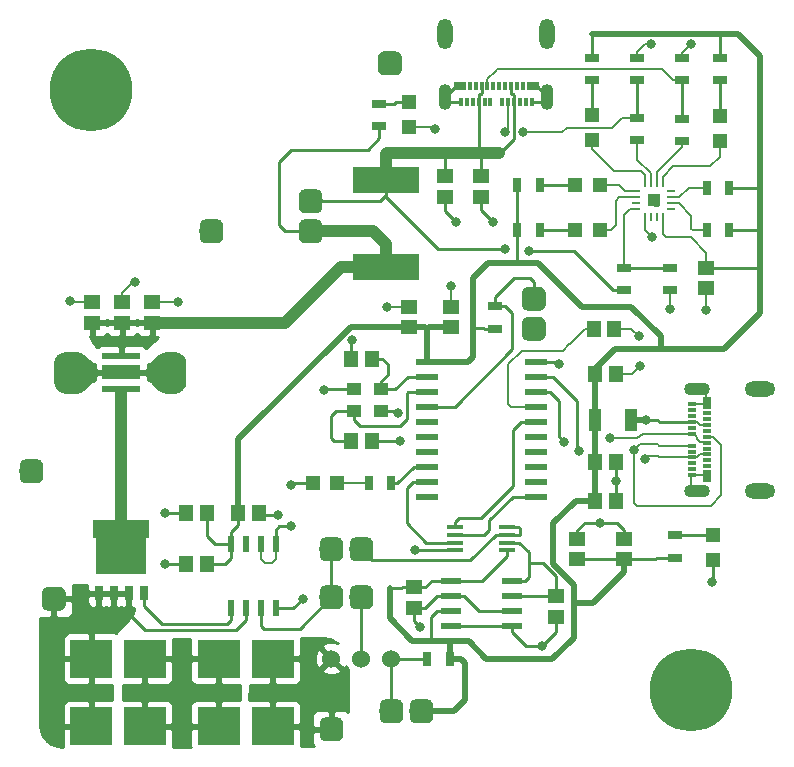
<source format=gbr>
G04 #@! TF.GenerationSoftware,KiCad,Pcbnew,(5.0.0)*
G04 #@! TF.CreationDate,2020-04-23T16:31:10-04:00*
G04 #@! TF.ProjectId,Lighting,4C69676874696E672E6B696361645F70,1*
G04 #@! TF.SameCoordinates,Original*
G04 #@! TF.FileFunction,Copper,L1,Top,Signal*
G04 #@! TF.FilePolarity,Positive*
%FSLAX46Y46*%
G04 Gerber Fmt 4.6, Leading zero omitted, Abs format (unit mm)*
G04 Created by KiCad (PCBNEW (5.0.0)) date 04/23/20 16:31:10*
%MOMM*%
%LPD*%
G01*
G04 APERTURE LIST*
G04 #@! TA.AperFunction,SMDPad,CuDef*
%ADD10R,1.470000X1.160000*%
G04 #@! TD*
G04 #@! TA.AperFunction,SMDPad,CuDef*
%ADD11R,1.200000X1.200000*%
G04 #@! TD*
G04 #@! TA.AperFunction,SMDPad,CuDef*
%ADD12R,3.250000X1.300000*%
G04 #@! TD*
G04 #@! TA.AperFunction,SMDPad,CuDef*
%ADD13R,3.250000X0.480000*%
G04 #@! TD*
G04 #@! TA.AperFunction,Conductor*
%ADD14C,0.100000*%
G04 #@! TD*
G04 #@! TA.AperFunction,ComponentPad*
%ADD15C,2.000000*%
G04 #@! TD*
G04 #@! TA.AperFunction,SMDPad,CuDef*
%ADD16R,4.700000X1.500000*%
G04 #@! TD*
G04 #@! TA.AperFunction,SMDPad,CuDef*
%ADD17R,4.200000X3.100000*%
G04 #@! TD*
G04 #@! TA.AperFunction,SMDPad,CuDef*
%ADD18R,0.700000X1.150000*%
G04 #@! TD*
G04 #@! TA.AperFunction,SMDPad,CuDef*
%ADD19R,1.300000X0.700000*%
G04 #@! TD*
G04 #@! TA.AperFunction,SMDPad,CuDef*
%ADD20R,0.700000X1.300000*%
G04 #@! TD*
G04 #@! TA.AperFunction,SMDPad,CuDef*
%ADD21R,3.550000X3.200000*%
G04 #@! TD*
G04 #@! TA.AperFunction,ComponentPad*
%ADD22C,1.524000*%
G04 #@! TD*
G04 #@! TA.AperFunction,SMDPad,CuDef*
%ADD23R,1.300000X1.050000*%
G04 #@! TD*
G04 #@! TA.AperFunction,SMDPad,CuDef*
%ADD24R,0.568000X1.454899*%
G04 #@! TD*
G04 #@! TA.AperFunction,SMDPad,CuDef*
%ADD25R,1.160000X1.470000*%
G04 #@! TD*
G04 #@! TA.AperFunction,ComponentPad*
%ADD26O,2.600000X1.300000*%
G04 #@! TD*
G04 #@! TA.AperFunction,ComponentPad*
%ADD27O,2.200000X1.100000*%
G04 #@! TD*
G04 #@! TA.AperFunction,SMDPad,CuDef*
%ADD28R,0.700000X1.000000*%
G04 #@! TD*
G04 #@! TA.AperFunction,SMDPad,CuDef*
%ADD29R,0.700000X0.300000*%
G04 #@! TD*
G04 #@! TA.AperFunction,SMDPad,CuDef*
%ADD30R,0.300000X0.700000*%
G04 #@! TD*
G04 #@! TA.AperFunction,SMDPad,CuDef*
%ADD31R,1.000000X0.700000*%
G04 #@! TD*
G04 #@! TA.AperFunction,ComponentPad*
%ADD32O,1.100000X2.200000*%
G04 #@! TD*
G04 #@! TA.AperFunction,ComponentPad*
%ADD33O,1.300000X2.600000*%
G04 #@! TD*
G04 #@! TA.AperFunction,SMDPad,CuDef*
%ADD34R,5.600000X2.300000*%
G04 #@! TD*
G04 #@! TA.AperFunction,SMDPad,CuDef*
%ADD35R,1.100000X1.900000*%
G04 #@! TD*
G04 #@! TA.AperFunction,SMDPad,CuDef*
%ADD36R,0.790000X0.260000*%
G04 #@! TD*
G04 #@! TA.AperFunction,SMDPad,CuDef*
%ADD37R,0.260000X0.790000*%
G04 #@! TD*
G04 #@! TA.AperFunction,SMDPad,CuDef*
%ADD38R,1.100000X1.100000*%
G04 #@! TD*
G04 #@! TA.AperFunction,SMDPad,CuDef*
%ADD39R,1.450000X0.450000*%
G04 #@! TD*
G04 #@! TA.AperFunction,SMDPad,CuDef*
%ADD40R,1.710000X0.610000*%
G04 #@! TD*
G04 #@! TA.AperFunction,SMDPad,CuDef*
%ADD41R,1.900000X0.600000*%
G04 #@! TD*
G04 #@! TA.AperFunction,ViaPad*
%ADD42C,7.000000*%
G04 #@! TD*
G04 #@! TA.AperFunction,ViaPad*
%ADD43C,0.600000*%
G04 #@! TD*
G04 #@! TA.AperFunction,ViaPad*
%ADD44C,0.800000*%
G04 #@! TD*
G04 #@! TA.AperFunction,Conductor*
%ADD45C,0.254000*%
G04 #@! TD*
G04 #@! TA.AperFunction,Conductor*
%ADD46C,0.152400*%
G04 #@! TD*
G04 #@! TA.AperFunction,Conductor*
%ADD47C,0.203200*%
G04 #@! TD*
G04 #@! TA.AperFunction,Conductor*
%ADD48C,0.250000*%
G04 #@! TD*
G04 #@! TA.AperFunction,Conductor*
%ADD49C,1.016000*%
G04 #@! TD*
G04 #@! TA.AperFunction,Conductor*
%ADD50C,0.508000*%
G04 #@! TD*
G04 APERTURE END LIST*
D10*
G04 #@! TO.P,C12,2*
G04 #@! TO.N,GND*
X250190000Y-111365000D03*
G04 #@! TO.P,C12,1*
G04 #@! TO.N,Net-(C12-Pad1)*
X250190000Y-109615000D03*
G04 #@! TD*
D11*
G04 #@! TO.P,D5,2*
G04 #@! TO.N,Net-(D5-Pad2)*
X231648000Y-100076000D03*
G04 #@! TO.P,D5,1*
G04 #@! TO.N,GND*
X229548000Y-100076000D03*
G04 #@! TD*
G04 #@! TO.P,D6,2*
G04 #@! TO.N,Net-(D6-Pad2)*
X263452017Y-104492488D03*
G04 #@! TO.P,D6,1*
G04 #@! TO.N,GND*
X263452017Y-106592488D03*
G04 #@! TD*
D12*
G04 #@! TO.P,D7,3*
G04 #@! TO.N,GND*
X213360000Y-90678000D03*
D13*
G04 #@! TO.P,D7,1*
G04 #@! TO.N,Net-(D7-Pad1)*
X213360000Y-92068000D03*
G04 #@! TO.P,D7,2*
G04 #@! TO.N,+5V*
X213360000Y-89288000D03*
G04 #@! TD*
D11*
G04 #@! TO.P,D8,2*
G04 #@! TO.N,Net-(D8-Pad2)*
X237758967Y-67804171D03*
G04 #@! TO.P,D8,1*
G04 #@! TO.N,GND*
X237758967Y-69904171D03*
G04 #@! TD*
D14*
G04 #@! TO.N,Net-(JP1-Pad2)*
G04 #@! TO.C,JP1*
G36*
X248834009Y-83457408D02*
X248882545Y-83464607D01*
X248930142Y-83476530D01*
X248976342Y-83493060D01*
X249020698Y-83514039D01*
X249062785Y-83539265D01*
X249102197Y-83568495D01*
X249138553Y-83601447D01*
X249171505Y-83637803D01*
X249200735Y-83677215D01*
X249225961Y-83719302D01*
X249246940Y-83763658D01*
X249263470Y-83809858D01*
X249275393Y-83857455D01*
X249282592Y-83905991D01*
X249285000Y-83955000D01*
X249285000Y-84955000D01*
X249282592Y-85004009D01*
X249275393Y-85052545D01*
X249263470Y-85100142D01*
X249246940Y-85146342D01*
X249225961Y-85190698D01*
X249200735Y-85232785D01*
X249171505Y-85272197D01*
X249138553Y-85308553D01*
X249102197Y-85341505D01*
X249062785Y-85370735D01*
X249020698Y-85395961D01*
X248976342Y-85416940D01*
X248930142Y-85433470D01*
X248882545Y-85445393D01*
X248834009Y-85452592D01*
X248785000Y-85455000D01*
X247785000Y-85455000D01*
X247735991Y-85452592D01*
X247687455Y-85445393D01*
X247639858Y-85433470D01*
X247593658Y-85416940D01*
X247549302Y-85395961D01*
X247507215Y-85370735D01*
X247467803Y-85341505D01*
X247431447Y-85308553D01*
X247398495Y-85272197D01*
X247369265Y-85232785D01*
X247344039Y-85190698D01*
X247323060Y-85146342D01*
X247306530Y-85100142D01*
X247294607Y-85052545D01*
X247287408Y-85004009D01*
X247285000Y-84955000D01*
X247285000Y-83955000D01*
X247287408Y-83905991D01*
X247294607Y-83857455D01*
X247306530Y-83809858D01*
X247323060Y-83763658D01*
X247344039Y-83719302D01*
X247369265Y-83677215D01*
X247398495Y-83637803D01*
X247431447Y-83601447D01*
X247467803Y-83568495D01*
X247507215Y-83539265D01*
X247549302Y-83514039D01*
X247593658Y-83493060D01*
X247639858Y-83476530D01*
X247687455Y-83464607D01*
X247735991Y-83457408D01*
X247785000Y-83455000D01*
X248785000Y-83455000D01*
X248834009Y-83457408D01*
X248834009Y-83457408D01*
G37*
D15*
G04 #@! TD*
G04 #@! TO.P,JP1,2*
G04 #@! TO.N,Net-(JP1-Pad2)*
X248285000Y-84455000D03*
D14*
G04 #@! TO.N,GND*
G04 #@! TO.C,JP1*
G36*
X248834009Y-85997408D02*
X248882545Y-86004607D01*
X248930142Y-86016530D01*
X248976342Y-86033060D01*
X249020698Y-86054039D01*
X249062785Y-86079265D01*
X249102197Y-86108495D01*
X249138553Y-86141447D01*
X249171505Y-86177803D01*
X249200735Y-86217215D01*
X249225961Y-86259302D01*
X249246940Y-86303658D01*
X249263470Y-86349858D01*
X249275393Y-86397455D01*
X249282592Y-86445991D01*
X249285000Y-86495000D01*
X249285000Y-87495000D01*
X249282592Y-87544009D01*
X249275393Y-87592545D01*
X249263470Y-87640142D01*
X249246940Y-87686342D01*
X249225961Y-87730698D01*
X249200735Y-87772785D01*
X249171505Y-87812197D01*
X249138553Y-87848553D01*
X249102197Y-87881505D01*
X249062785Y-87910735D01*
X249020698Y-87935961D01*
X248976342Y-87956940D01*
X248930142Y-87973470D01*
X248882545Y-87985393D01*
X248834009Y-87992592D01*
X248785000Y-87995000D01*
X247785000Y-87995000D01*
X247735991Y-87992592D01*
X247687455Y-87985393D01*
X247639858Y-87973470D01*
X247593658Y-87956940D01*
X247549302Y-87935961D01*
X247507215Y-87910735D01*
X247467803Y-87881505D01*
X247431447Y-87848553D01*
X247398495Y-87812197D01*
X247369265Y-87772785D01*
X247344039Y-87730698D01*
X247323060Y-87686342D01*
X247306530Y-87640142D01*
X247294607Y-87592545D01*
X247287408Y-87544009D01*
X247285000Y-87495000D01*
X247285000Y-86495000D01*
X247287408Y-86445991D01*
X247294607Y-86397455D01*
X247306530Y-86349858D01*
X247323060Y-86303658D01*
X247344039Y-86259302D01*
X247369265Y-86217215D01*
X247398495Y-86177803D01*
X247431447Y-86141447D01*
X247467803Y-86108495D01*
X247507215Y-86079265D01*
X247549302Y-86054039D01*
X247593658Y-86033060D01*
X247639858Y-86016530D01*
X247687455Y-86004607D01*
X247735991Y-85997408D01*
X247785000Y-85995000D01*
X248785000Y-85995000D01*
X248834009Y-85997408D01*
X248834009Y-85997408D01*
G37*
D15*
G04 #@! TD*
G04 #@! TO.P,JP1,1*
G04 #@! TO.N,GND*
X248285000Y-86995000D03*
D14*
G04 #@! TO.N,VCC*
G04 #@! TO.C,JP2*
G36*
X239309009Y-118382408D02*
X239357545Y-118389607D01*
X239405142Y-118401530D01*
X239451342Y-118418060D01*
X239495698Y-118439039D01*
X239537785Y-118464265D01*
X239577197Y-118493495D01*
X239613553Y-118526447D01*
X239646505Y-118562803D01*
X239675735Y-118602215D01*
X239700961Y-118644302D01*
X239721940Y-118688658D01*
X239738470Y-118734858D01*
X239750393Y-118782455D01*
X239757592Y-118830991D01*
X239760000Y-118880000D01*
X239760000Y-119880000D01*
X239757592Y-119929009D01*
X239750393Y-119977545D01*
X239738470Y-120025142D01*
X239721940Y-120071342D01*
X239700961Y-120115698D01*
X239675735Y-120157785D01*
X239646505Y-120197197D01*
X239613553Y-120233553D01*
X239577197Y-120266505D01*
X239537785Y-120295735D01*
X239495698Y-120320961D01*
X239451342Y-120341940D01*
X239405142Y-120358470D01*
X239357545Y-120370393D01*
X239309009Y-120377592D01*
X239260000Y-120380000D01*
X238260000Y-120380000D01*
X238210991Y-120377592D01*
X238162455Y-120370393D01*
X238114858Y-120358470D01*
X238068658Y-120341940D01*
X238024302Y-120320961D01*
X237982215Y-120295735D01*
X237942803Y-120266505D01*
X237906447Y-120233553D01*
X237873495Y-120197197D01*
X237844265Y-120157785D01*
X237819039Y-120115698D01*
X237798060Y-120071342D01*
X237781530Y-120025142D01*
X237769607Y-119977545D01*
X237762408Y-119929009D01*
X237760000Y-119880000D01*
X237760000Y-118880000D01*
X237762408Y-118830991D01*
X237769607Y-118782455D01*
X237781530Y-118734858D01*
X237798060Y-118688658D01*
X237819039Y-118644302D01*
X237844265Y-118602215D01*
X237873495Y-118562803D01*
X237906447Y-118526447D01*
X237942803Y-118493495D01*
X237982215Y-118464265D01*
X238024302Y-118439039D01*
X238068658Y-118418060D01*
X238114858Y-118401530D01*
X238162455Y-118389607D01*
X238210991Y-118382408D01*
X238260000Y-118380000D01*
X239260000Y-118380000D01*
X239309009Y-118382408D01*
X239309009Y-118382408D01*
G37*
D15*
G04 #@! TD*
G04 #@! TO.P,JP2,2*
G04 #@! TO.N,VCC*
X238760000Y-119380000D03*
D14*
G04 #@! TO.N,Net-(JP2-Pad1)*
G04 #@! TO.C,JP2*
G36*
X236769009Y-118382408D02*
X236817545Y-118389607D01*
X236865142Y-118401530D01*
X236911342Y-118418060D01*
X236955698Y-118439039D01*
X236997785Y-118464265D01*
X237037197Y-118493495D01*
X237073553Y-118526447D01*
X237106505Y-118562803D01*
X237135735Y-118602215D01*
X237160961Y-118644302D01*
X237181940Y-118688658D01*
X237198470Y-118734858D01*
X237210393Y-118782455D01*
X237217592Y-118830991D01*
X237220000Y-118880000D01*
X237220000Y-119880000D01*
X237217592Y-119929009D01*
X237210393Y-119977545D01*
X237198470Y-120025142D01*
X237181940Y-120071342D01*
X237160961Y-120115698D01*
X237135735Y-120157785D01*
X237106505Y-120197197D01*
X237073553Y-120233553D01*
X237037197Y-120266505D01*
X236997785Y-120295735D01*
X236955698Y-120320961D01*
X236911342Y-120341940D01*
X236865142Y-120358470D01*
X236817545Y-120370393D01*
X236769009Y-120377592D01*
X236720000Y-120380000D01*
X235720000Y-120380000D01*
X235670991Y-120377592D01*
X235622455Y-120370393D01*
X235574858Y-120358470D01*
X235528658Y-120341940D01*
X235484302Y-120320961D01*
X235442215Y-120295735D01*
X235402803Y-120266505D01*
X235366447Y-120233553D01*
X235333495Y-120197197D01*
X235304265Y-120157785D01*
X235279039Y-120115698D01*
X235258060Y-120071342D01*
X235241530Y-120025142D01*
X235229607Y-119977545D01*
X235222408Y-119929009D01*
X235220000Y-119880000D01*
X235220000Y-118880000D01*
X235222408Y-118830991D01*
X235229607Y-118782455D01*
X235241530Y-118734858D01*
X235258060Y-118688658D01*
X235279039Y-118644302D01*
X235304265Y-118602215D01*
X235333495Y-118562803D01*
X235366447Y-118526447D01*
X235402803Y-118493495D01*
X235442215Y-118464265D01*
X235484302Y-118439039D01*
X235528658Y-118418060D01*
X235574858Y-118401530D01*
X235622455Y-118389607D01*
X235670991Y-118382408D01*
X235720000Y-118380000D01*
X236720000Y-118380000D01*
X236769009Y-118382408D01*
X236769009Y-118382408D01*
G37*
D15*
G04 #@! TD*
G04 #@! TO.P,JP2,1*
G04 #@! TO.N,Net-(JP2-Pad1)*
X236220000Y-119380000D03*
D14*
G04 #@! TO.N,Net-(JP3-Pad2)*
G04 #@! TO.C,JP3*
G36*
X231689009Y-108730408D02*
X231737545Y-108737607D01*
X231785142Y-108749530D01*
X231831342Y-108766060D01*
X231875698Y-108787039D01*
X231917785Y-108812265D01*
X231957197Y-108841495D01*
X231993553Y-108874447D01*
X232026505Y-108910803D01*
X232055735Y-108950215D01*
X232080961Y-108992302D01*
X232101940Y-109036658D01*
X232118470Y-109082858D01*
X232130393Y-109130455D01*
X232137592Y-109178991D01*
X232140000Y-109228000D01*
X232140000Y-110228000D01*
X232137592Y-110277009D01*
X232130393Y-110325545D01*
X232118470Y-110373142D01*
X232101940Y-110419342D01*
X232080961Y-110463698D01*
X232055735Y-110505785D01*
X232026505Y-110545197D01*
X231993553Y-110581553D01*
X231957197Y-110614505D01*
X231917785Y-110643735D01*
X231875698Y-110668961D01*
X231831342Y-110689940D01*
X231785142Y-110706470D01*
X231737545Y-110718393D01*
X231689009Y-110725592D01*
X231640000Y-110728000D01*
X230640000Y-110728000D01*
X230590991Y-110725592D01*
X230542455Y-110718393D01*
X230494858Y-110706470D01*
X230448658Y-110689940D01*
X230404302Y-110668961D01*
X230362215Y-110643735D01*
X230322803Y-110614505D01*
X230286447Y-110581553D01*
X230253495Y-110545197D01*
X230224265Y-110505785D01*
X230199039Y-110463698D01*
X230178060Y-110419342D01*
X230161530Y-110373142D01*
X230149607Y-110325545D01*
X230142408Y-110277009D01*
X230140000Y-110228000D01*
X230140000Y-109228000D01*
X230142408Y-109178991D01*
X230149607Y-109130455D01*
X230161530Y-109082858D01*
X230178060Y-109036658D01*
X230199039Y-108992302D01*
X230224265Y-108950215D01*
X230253495Y-108910803D01*
X230286447Y-108874447D01*
X230322803Y-108841495D01*
X230362215Y-108812265D01*
X230404302Y-108787039D01*
X230448658Y-108766060D01*
X230494858Y-108749530D01*
X230542455Y-108737607D01*
X230590991Y-108730408D01*
X230640000Y-108728000D01*
X231640000Y-108728000D01*
X231689009Y-108730408D01*
X231689009Y-108730408D01*
G37*
D15*
G04 #@! TD*
G04 #@! TO.P,JP3,2*
G04 #@! TO.N,Net-(JP3-Pad2)*
X231140000Y-109728000D03*
D14*
G04 #@! TO.N,Net-(JP3-Pad1)*
G04 #@! TO.C,JP3*
G36*
X234229009Y-108730408D02*
X234277545Y-108737607D01*
X234325142Y-108749530D01*
X234371342Y-108766060D01*
X234415698Y-108787039D01*
X234457785Y-108812265D01*
X234497197Y-108841495D01*
X234533553Y-108874447D01*
X234566505Y-108910803D01*
X234595735Y-108950215D01*
X234620961Y-108992302D01*
X234641940Y-109036658D01*
X234658470Y-109082858D01*
X234670393Y-109130455D01*
X234677592Y-109178991D01*
X234680000Y-109228000D01*
X234680000Y-110228000D01*
X234677592Y-110277009D01*
X234670393Y-110325545D01*
X234658470Y-110373142D01*
X234641940Y-110419342D01*
X234620961Y-110463698D01*
X234595735Y-110505785D01*
X234566505Y-110545197D01*
X234533553Y-110581553D01*
X234497197Y-110614505D01*
X234457785Y-110643735D01*
X234415698Y-110668961D01*
X234371342Y-110689940D01*
X234325142Y-110706470D01*
X234277545Y-110718393D01*
X234229009Y-110725592D01*
X234180000Y-110728000D01*
X233180000Y-110728000D01*
X233130991Y-110725592D01*
X233082455Y-110718393D01*
X233034858Y-110706470D01*
X232988658Y-110689940D01*
X232944302Y-110668961D01*
X232902215Y-110643735D01*
X232862803Y-110614505D01*
X232826447Y-110581553D01*
X232793495Y-110545197D01*
X232764265Y-110505785D01*
X232739039Y-110463698D01*
X232718060Y-110419342D01*
X232701530Y-110373142D01*
X232689607Y-110325545D01*
X232682408Y-110277009D01*
X232680000Y-110228000D01*
X232680000Y-109228000D01*
X232682408Y-109178991D01*
X232689607Y-109130455D01*
X232701530Y-109082858D01*
X232718060Y-109036658D01*
X232739039Y-108992302D01*
X232764265Y-108950215D01*
X232793495Y-108910803D01*
X232826447Y-108874447D01*
X232862803Y-108841495D01*
X232902215Y-108812265D01*
X232944302Y-108787039D01*
X232988658Y-108766060D01*
X233034858Y-108749530D01*
X233082455Y-108737607D01*
X233130991Y-108730408D01*
X233180000Y-108728000D01*
X234180000Y-108728000D01*
X234229009Y-108730408D01*
X234229009Y-108730408D01*
G37*
D15*
G04 #@! TD*
G04 #@! TO.P,JP3,1*
G04 #@! TO.N,Net-(JP3-Pad1)*
X233680000Y-109728000D03*
D14*
G04 #@! TO.N,Net-(JP3-Pad2)*
G04 #@! TO.C,JP4*
G36*
X231689009Y-104666408D02*
X231737545Y-104673607D01*
X231785142Y-104685530D01*
X231831342Y-104702060D01*
X231875698Y-104723039D01*
X231917785Y-104748265D01*
X231957197Y-104777495D01*
X231993553Y-104810447D01*
X232026505Y-104846803D01*
X232055735Y-104886215D01*
X232080961Y-104928302D01*
X232101940Y-104972658D01*
X232118470Y-105018858D01*
X232130393Y-105066455D01*
X232137592Y-105114991D01*
X232140000Y-105164000D01*
X232140000Y-106164000D01*
X232137592Y-106213009D01*
X232130393Y-106261545D01*
X232118470Y-106309142D01*
X232101940Y-106355342D01*
X232080961Y-106399698D01*
X232055735Y-106441785D01*
X232026505Y-106481197D01*
X231993553Y-106517553D01*
X231957197Y-106550505D01*
X231917785Y-106579735D01*
X231875698Y-106604961D01*
X231831342Y-106625940D01*
X231785142Y-106642470D01*
X231737545Y-106654393D01*
X231689009Y-106661592D01*
X231640000Y-106664000D01*
X230640000Y-106664000D01*
X230590991Y-106661592D01*
X230542455Y-106654393D01*
X230494858Y-106642470D01*
X230448658Y-106625940D01*
X230404302Y-106604961D01*
X230362215Y-106579735D01*
X230322803Y-106550505D01*
X230286447Y-106517553D01*
X230253495Y-106481197D01*
X230224265Y-106441785D01*
X230199039Y-106399698D01*
X230178060Y-106355342D01*
X230161530Y-106309142D01*
X230149607Y-106261545D01*
X230142408Y-106213009D01*
X230140000Y-106164000D01*
X230140000Y-105164000D01*
X230142408Y-105114991D01*
X230149607Y-105066455D01*
X230161530Y-105018858D01*
X230178060Y-104972658D01*
X230199039Y-104928302D01*
X230224265Y-104886215D01*
X230253495Y-104846803D01*
X230286447Y-104810447D01*
X230322803Y-104777495D01*
X230362215Y-104748265D01*
X230404302Y-104723039D01*
X230448658Y-104702060D01*
X230494858Y-104685530D01*
X230542455Y-104673607D01*
X230590991Y-104666408D01*
X230640000Y-104664000D01*
X231640000Y-104664000D01*
X231689009Y-104666408D01*
X231689009Y-104666408D01*
G37*
D15*
G04 #@! TD*
G04 #@! TO.P,JP4,2*
G04 #@! TO.N,Net-(JP3-Pad2)*
X231140000Y-105664000D03*
D14*
G04 #@! TO.N,Net-(JP4-Pad1)*
G04 #@! TO.C,JP4*
G36*
X234229009Y-104666408D02*
X234277545Y-104673607D01*
X234325142Y-104685530D01*
X234371342Y-104702060D01*
X234415698Y-104723039D01*
X234457785Y-104748265D01*
X234497197Y-104777495D01*
X234533553Y-104810447D01*
X234566505Y-104846803D01*
X234595735Y-104886215D01*
X234620961Y-104928302D01*
X234641940Y-104972658D01*
X234658470Y-105018858D01*
X234670393Y-105066455D01*
X234677592Y-105114991D01*
X234680000Y-105164000D01*
X234680000Y-106164000D01*
X234677592Y-106213009D01*
X234670393Y-106261545D01*
X234658470Y-106309142D01*
X234641940Y-106355342D01*
X234620961Y-106399698D01*
X234595735Y-106441785D01*
X234566505Y-106481197D01*
X234533553Y-106517553D01*
X234497197Y-106550505D01*
X234457785Y-106579735D01*
X234415698Y-106604961D01*
X234371342Y-106625940D01*
X234325142Y-106642470D01*
X234277545Y-106654393D01*
X234229009Y-106661592D01*
X234180000Y-106664000D01*
X233180000Y-106664000D01*
X233130991Y-106661592D01*
X233082455Y-106654393D01*
X233034858Y-106642470D01*
X232988658Y-106625940D01*
X232944302Y-106604961D01*
X232902215Y-106579735D01*
X232862803Y-106550505D01*
X232826447Y-106517553D01*
X232793495Y-106481197D01*
X232764265Y-106441785D01*
X232739039Y-106399698D01*
X232718060Y-106355342D01*
X232701530Y-106309142D01*
X232689607Y-106261545D01*
X232682408Y-106213009D01*
X232680000Y-106164000D01*
X232680000Y-105164000D01*
X232682408Y-105114991D01*
X232689607Y-105066455D01*
X232701530Y-105018858D01*
X232718060Y-104972658D01*
X232739039Y-104928302D01*
X232764265Y-104886215D01*
X232793495Y-104846803D01*
X232826447Y-104810447D01*
X232862803Y-104777495D01*
X232902215Y-104748265D01*
X232944302Y-104723039D01*
X232988658Y-104702060D01*
X233034858Y-104685530D01*
X233082455Y-104673607D01*
X233130991Y-104666408D01*
X233180000Y-104664000D01*
X234180000Y-104664000D01*
X234229009Y-104666408D01*
X234229009Y-104666408D01*
G37*
D15*
G04 #@! TD*
G04 #@! TO.P,JP4,1*
G04 #@! TO.N,Net-(JP4-Pad1)*
X233680000Y-105664000D03*
D14*
G04 #@! TO.N,+5V*
G04 #@! TO.C,JP5*
G36*
X229936409Y-77742408D02*
X229984945Y-77749607D01*
X230032542Y-77761530D01*
X230078742Y-77778060D01*
X230123098Y-77799039D01*
X230165185Y-77824265D01*
X230204597Y-77853495D01*
X230240953Y-77886447D01*
X230273905Y-77922803D01*
X230303135Y-77962215D01*
X230328361Y-78004302D01*
X230349340Y-78048658D01*
X230365870Y-78094858D01*
X230377793Y-78142455D01*
X230384992Y-78190991D01*
X230387400Y-78240000D01*
X230387400Y-79240000D01*
X230384992Y-79289009D01*
X230377793Y-79337545D01*
X230365870Y-79385142D01*
X230349340Y-79431342D01*
X230328361Y-79475698D01*
X230303135Y-79517785D01*
X230273905Y-79557197D01*
X230240953Y-79593553D01*
X230204597Y-79626505D01*
X230165185Y-79655735D01*
X230123098Y-79680961D01*
X230078742Y-79701940D01*
X230032542Y-79718470D01*
X229984945Y-79730393D01*
X229936409Y-79737592D01*
X229887400Y-79740000D01*
X228887400Y-79740000D01*
X228838391Y-79737592D01*
X228789855Y-79730393D01*
X228742258Y-79718470D01*
X228696058Y-79701940D01*
X228651702Y-79680961D01*
X228609615Y-79655735D01*
X228570203Y-79626505D01*
X228533847Y-79593553D01*
X228500895Y-79557197D01*
X228471665Y-79517785D01*
X228446439Y-79475698D01*
X228425460Y-79431342D01*
X228408930Y-79385142D01*
X228397007Y-79337545D01*
X228389808Y-79289009D01*
X228387400Y-79240000D01*
X228387400Y-78240000D01*
X228389808Y-78190991D01*
X228397007Y-78142455D01*
X228408930Y-78094858D01*
X228425460Y-78048658D01*
X228446439Y-78004302D01*
X228471665Y-77962215D01*
X228500895Y-77922803D01*
X228533847Y-77886447D01*
X228570203Y-77853495D01*
X228609615Y-77824265D01*
X228651702Y-77799039D01*
X228696058Y-77778060D01*
X228742258Y-77761530D01*
X228789855Y-77749607D01*
X228838391Y-77742408D01*
X228887400Y-77740000D01*
X229887400Y-77740000D01*
X229936409Y-77742408D01*
X229936409Y-77742408D01*
G37*
D15*
G04 #@! TD*
G04 #@! TO.P,JP5,2*
G04 #@! TO.N,+5V*
X229387400Y-78740000D03*
D14*
G04 #@! TO.N,Net-(C6-Pad1)*
G04 #@! TO.C,JP5*
G36*
X229936409Y-75202408D02*
X229984945Y-75209607D01*
X230032542Y-75221530D01*
X230078742Y-75238060D01*
X230123098Y-75259039D01*
X230165185Y-75284265D01*
X230204597Y-75313495D01*
X230240953Y-75346447D01*
X230273905Y-75382803D01*
X230303135Y-75422215D01*
X230328361Y-75464302D01*
X230349340Y-75508658D01*
X230365870Y-75554858D01*
X230377793Y-75602455D01*
X230384992Y-75650991D01*
X230387400Y-75700000D01*
X230387400Y-76700000D01*
X230384992Y-76749009D01*
X230377793Y-76797545D01*
X230365870Y-76845142D01*
X230349340Y-76891342D01*
X230328361Y-76935698D01*
X230303135Y-76977785D01*
X230273905Y-77017197D01*
X230240953Y-77053553D01*
X230204597Y-77086505D01*
X230165185Y-77115735D01*
X230123098Y-77140961D01*
X230078742Y-77161940D01*
X230032542Y-77178470D01*
X229984945Y-77190393D01*
X229936409Y-77197592D01*
X229887400Y-77200000D01*
X228887400Y-77200000D01*
X228838391Y-77197592D01*
X228789855Y-77190393D01*
X228742258Y-77178470D01*
X228696058Y-77161940D01*
X228651702Y-77140961D01*
X228609615Y-77115735D01*
X228570203Y-77086505D01*
X228533847Y-77053553D01*
X228500895Y-77017197D01*
X228471665Y-76977785D01*
X228446439Y-76935698D01*
X228425460Y-76891342D01*
X228408930Y-76845142D01*
X228397007Y-76797545D01*
X228389808Y-76749009D01*
X228387400Y-76700000D01*
X228387400Y-75700000D01*
X228389808Y-75650991D01*
X228397007Y-75602455D01*
X228408930Y-75554858D01*
X228425460Y-75508658D01*
X228446439Y-75464302D01*
X228471665Y-75422215D01*
X228500895Y-75382803D01*
X228533847Y-75346447D01*
X228570203Y-75313495D01*
X228609615Y-75284265D01*
X228651702Y-75259039D01*
X228696058Y-75238060D01*
X228742258Y-75221530D01*
X228789855Y-75209607D01*
X228838391Y-75202408D01*
X228887400Y-75200000D01*
X229887400Y-75200000D01*
X229936409Y-75202408D01*
X229936409Y-75202408D01*
G37*
D15*
G04 #@! TD*
G04 #@! TO.P,JP5,1*
G04 #@! TO.N,Net-(C6-Pad1)*
X229387400Y-76200000D03*
D16*
G04 #@! TO.P,Q1,1*
G04 #@! TO.N,Net-(D7-Pad1)*
X213360000Y-103930000D03*
D17*
X213360000Y-106230000D03*
D18*
G04 #@! TO.P,Q1,3*
G04 #@! TO.N,Net-(Q1-Pad3)*
X213995000Y-109405000D03*
X212725000Y-109405000D03*
G04 #@! TO.P,Q1,2*
G04 #@! TO.N,Net-(Q1-Pad2)*
X215265000Y-109405000D03*
G04 #@! TO.P,Q1,3*
G04 #@! TO.N,Net-(Q1-Pad3)*
X211455000Y-109405000D03*
G04 #@! TD*
D19*
G04 #@! TO.P,R1,2*
G04 #@! TO.N,Net-(JP1-Pad2)*
X244983000Y-85095000D03*
G04 #@! TO.P,R1,1*
G04 #@! TO.N,VCC*
X244983000Y-86995000D03*
G04 #@! TD*
G04 #@! TO.P,R2,2*
G04 #@! TO.N,GND*
X257034920Y-64055640D03*
G04 #@! TO.P,R2,1*
G04 #@! TO.N,Net-(J1-PadA5)*
X257034920Y-65955640D03*
G04 #@! TD*
G04 #@! TO.P,R3,2*
G04 #@! TO.N,GND*
X260844920Y-64055640D03*
G04 #@! TO.P,R3,1*
G04 #@! TO.N,Net-(J1-PadB5)*
X260844920Y-65955640D03*
G04 #@! TD*
G04 #@! TO.P,R4,2*
G04 #@! TO.N,Net-(R4-Pad2)*
X255891920Y-81830640D03*
G04 #@! TO.P,R4,1*
G04 #@! TO.N,Net-(C6-Pad1)*
X255891920Y-83730640D03*
G04 #@! TD*
G04 #@! TO.P,R5,2*
G04 #@! TO.N,GND*
X259842000Y-83730640D03*
G04 #@! TO.P,R5,1*
G04 #@! TO.N,Net-(R4-Pad2)*
X259842000Y-81830640D03*
G04 #@! TD*
G04 #@! TO.P,R6,2*
G04 #@! TO.N,Net-(J1-PadA5)*
X257034920Y-69135640D03*
G04 #@! TO.P,R6,1*
G04 #@! TO.N,Net-(R6-Pad1)*
X257034920Y-71035640D03*
G04 #@! TD*
G04 #@! TO.P,R7,2*
G04 #@! TO.N,Net-(R7-Pad2)*
X260844920Y-71096640D03*
G04 #@! TO.P,R7,1*
G04 #@! TO.N,Net-(J1-PadB5)*
X260844920Y-69196640D03*
G04 #@! TD*
D20*
G04 #@! TO.P,R13,2*
G04 #@! TO.N,Net-(D5-Pad2)*
X234315000Y-100076000D03*
G04 #@! TO.P,R13,1*
G04 #@! TO.N,Net-(R13-Pad1)*
X236215000Y-100076000D03*
G04 #@! TD*
G04 #@! TO.P,R17,2*
G04 #@! TO.N,Net-(JP2-Pad1)*
X239268000Y-114935000D03*
G04 #@! TO.P,R17,1*
G04 #@! TO.N,VCC*
X241168000Y-114935000D03*
G04 #@! TD*
D21*
G04 #@! TO.P,R18,1*
G04 #@! TO.N,Net-(Q1-Pad3)*
X210800090Y-114949116D03*
G04 #@! TO.P,R18,2*
G04 #@! TO.N,Net-(R18-Pad2)*
X215350090Y-114949116D03*
G04 #@! TD*
G04 #@! TO.P,R19,1*
G04 #@! TO.N,Net-(R18-Pad2)*
X221615000Y-114935000D03*
G04 #@! TO.P,R19,2*
G04 #@! TO.N,GND*
X226165000Y-114935000D03*
G04 #@! TD*
D19*
G04 #@! TO.P,R20,2*
G04 #@! TO.N,Net-(D6-Pad2)*
X260223000Y-104465488D03*
G04 #@! TO.P,R20,1*
G04 #@! TO.N,VCC*
X260223000Y-106365488D03*
G04 #@! TD*
D21*
G04 #@! TO.P,R21,1*
G04 #@! TO.N,Net-(Q1-Pad3)*
X210800090Y-120650000D03*
G04 #@! TO.P,R21,2*
G04 #@! TO.N,Net-(R18-Pad2)*
X215350090Y-120650000D03*
G04 #@! TD*
G04 #@! TO.P,R22,1*
G04 #@! TO.N,Net-(R18-Pad2)*
X221615000Y-120650000D03*
G04 #@! TO.P,R22,2*
G04 #@! TO.N,GND*
X226165000Y-120650000D03*
G04 #@! TD*
D19*
G04 #@! TO.P,R23,2*
G04 #@! TO.N,Net-(D8-Pad2)*
X235218967Y-67970171D03*
G04 #@! TO.P,R23,1*
G04 #@! TO.N,+5V*
X235218967Y-69870171D03*
G04 #@! TD*
D22*
G04 #@! TO.P,RV1,3*
G04 #@! TO.N,GND*
X231140000Y-114935000D03*
G04 #@! TO.P,RV1,2*
G04 #@! TO.N,Net-(JP3-Pad1)*
X233680000Y-114935000D03*
G04 #@! TO.P,RV1,1*
G04 #@! TO.N,Net-(JP2-Pad1)*
X236220000Y-114935000D03*
G04 #@! TD*
D14*
G04 #@! TO.N,GND*
G04 #@! TO.C,TP1*
G36*
X206289009Y-98062408D02*
X206337545Y-98069607D01*
X206385142Y-98081530D01*
X206431342Y-98098060D01*
X206475698Y-98119039D01*
X206517785Y-98144265D01*
X206557197Y-98173495D01*
X206593553Y-98206447D01*
X206626505Y-98242803D01*
X206655735Y-98282215D01*
X206680961Y-98324302D01*
X206701940Y-98368658D01*
X206718470Y-98414858D01*
X206730393Y-98462455D01*
X206737592Y-98510991D01*
X206740000Y-98560000D01*
X206740000Y-99560000D01*
X206737592Y-99609009D01*
X206730393Y-99657545D01*
X206718470Y-99705142D01*
X206701940Y-99751342D01*
X206680961Y-99795698D01*
X206655735Y-99837785D01*
X206626505Y-99877197D01*
X206593553Y-99913553D01*
X206557197Y-99946505D01*
X206517785Y-99975735D01*
X206475698Y-100000961D01*
X206431342Y-100021940D01*
X206385142Y-100038470D01*
X206337545Y-100050393D01*
X206289009Y-100057592D01*
X206240000Y-100060000D01*
X205240000Y-100060000D01*
X205190991Y-100057592D01*
X205142455Y-100050393D01*
X205094858Y-100038470D01*
X205048658Y-100021940D01*
X205004302Y-100000961D01*
X204962215Y-99975735D01*
X204922803Y-99946505D01*
X204886447Y-99913553D01*
X204853495Y-99877197D01*
X204824265Y-99837785D01*
X204799039Y-99795698D01*
X204778060Y-99751342D01*
X204761530Y-99705142D01*
X204749607Y-99657545D01*
X204742408Y-99609009D01*
X204740000Y-99560000D01*
X204740000Y-98560000D01*
X204742408Y-98510991D01*
X204749607Y-98462455D01*
X204761530Y-98414858D01*
X204778060Y-98368658D01*
X204799039Y-98324302D01*
X204824265Y-98282215D01*
X204853495Y-98242803D01*
X204886447Y-98206447D01*
X204922803Y-98173495D01*
X204962215Y-98144265D01*
X205004302Y-98119039D01*
X205048658Y-98098060D01*
X205094858Y-98081530D01*
X205142455Y-98069607D01*
X205190991Y-98062408D01*
X205240000Y-98060000D01*
X206240000Y-98060000D01*
X206289009Y-98062408D01*
X206289009Y-98062408D01*
G37*
D15*
G04 #@! TD*
G04 #@! TO.P,TP1,e*
G04 #@! TO.N,GND*
X205740000Y-99060000D03*
D14*
G04 #@! TO.N,GND*
G04 #@! TO.C,TP2*
G36*
X236642009Y-63518408D02*
X236690545Y-63525607D01*
X236738142Y-63537530D01*
X236784342Y-63554060D01*
X236828698Y-63575039D01*
X236870785Y-63600265D01*
X236910197Y-63629495D01*
X236946553Y-63662447D01*
X236979505Y-63698803D01*
X237008735Y-63738215D01*
X237033961Y-63780302D01*
X237054940Y-63824658D01*
X237071470Y-63870858D01*
X237083393Y-63918455D01*
X237090592Y-63966991D01*
X237093000Y-64016000D01*
X237093000Y-65016000D01*
X237090592Y-65065009D01*
X237083393Y-65113545D01*
X237071470Y-65161142D01*
X237054940Y-65207342D01*
X237033961Y-65251698D01*
X237008735Y-65293785D01*
X236979505Y-65333197D01*
X236946553Y-65369553D01*
X236910197Y-65402505D01*
X236870785Y-65431735D01*
X236828698Y-65456961D01*
X236784342Y-65477940D01*
X236738142Y-65494470D01*
X236690545Y-65506393D01*
X236642009Y-65513592D01*
X236593000Y-65516000D01*
X235593000Y-65516000D01*
X235543991Y-65513592D01*
X235495455Y-65506393D01*
X235447858Y-65494470D01*
X235401658Y-65477940D01*
X235357302Y-65456961D01*
X235315215Y-65431735D01*
X235275803Y-65402505D01*
X235239447Y-65369553D01*
X235206495Y-65333197D01*
X235177265Y-65293785D01*
X235152039Y-65251698D01*
X235131060Y-65207342D01*
X235114530Y-65161142D01*
X235102607Y-65113545D01*
X235095408Y-65065009D01*
X235093000Y-65016000D01*
X235093000Y-64016000D01*
X235095408Y-63966991D01*
X235102607Y-63918455D01*
X235114530Y-63870858D01*
X235131060Y-63824658D01*
X235152039Y-63780302D01*
X235177265Y-63738215D01*
X235206495Y-63698803D01*
X235239447Y-63662447D01*
X235275803Y-63629495D01*
X235315215Y-63600265D01*
X235357302Y-63575039D01*
X235401658Y-63554060D01*
X235447858Y-63537530D01*
X235495455Y-63525607D01*
X235543991Y-63518408D01*
X235593000Y-63516000D01*
X236593000Y-63516000D01*
X236642009Y-63518408D01*
X236642009Y-63518408D01*
G37*
D15*
G04 #@! TD*
G04 #@! TO.P,TP2,1*
G04 #@! TO.N,GND*
X236093000Y-64516000D03*
D14*
G04 #@! TO.N,GND*
G04 #@! TO.C,TP3*
G36*
X231689009Y-119906408D02*
X231737545Y-119913607D01*
X231785142Y-119925530D01*
X231831342Y-119942060D01*
X231875698Y-119963039D01*
X231917785Y-119988265D01*
X231957197Y-120017495D01*
X231993553Y-120050447D01*
X232026505Y-120086803D01*
X232055735Y-120126215D01*
X232080961Y-120168302D01*
X232101940Y-120212658D01*
X232118470Y-120258858D01*
X232130393Y-120306455D01*
X232137592Y-120354991D01*
X232140000Y-120404000D01*
X232140000Y-121404000D01*
X232137592Y-121453009D01*
X232130393Y-121501545D01*
X232118470Y-121549142D01*
X232101940Y-121595342D01*
X232080961Y-121639698D01*
X232055735Y-121681785D01*
X232026505Y-121721197D01*
X231993553Y-121757553D01*
X231957197Y-121790505D01*
X231917785Y-121819735D01*
X231875698Y-121844961D01*
X231831342Y-121865940D01*
X231785142Y-121882470D01*
X231737545Y-121894393D01*
X231689009Y-121901592D01*
X231640000Y-121904000D01*
X230640000Y-121904000D01*
X230590991Y-121901592D01*
X230542455Y-121894393D01*
X230494858Y-121882470D01*
X230448658Y-121865940D01*
X230404302Y-121844961D01*
X230362215Y-121819735D01*
X230322803Y-121790505D01*
X230286447Y-121757553D01*
X230253495Y-121721197D01*
X230224265Y-121681785D01*
X230199039Y-121639698D01*
X230178060Y-121595342D01*
X230161530Y-121549142D01*
X230149607Y-121501545D01*
X230142408Y-121453009D01*
X230140000Y-121404000D01*
X230140000Y-120404000D01*
X230142408Y-120354991D01*
X230149607Y-120306455D01*
X230161530Y-120258858D01*
X230178060Y-120212658D01*
X230199039Y-120168302D01*
X230224265Y-120126215D01*
X230253495Y-120086803D01*
X230286447Y-120050447D01*
X230322803Y-120017495D01*
X230362215Y-119988265D01*
X230404302Y-119963039D01*
X230448658Y-119942060D01*
X230494858Y-119925530D01*
X230542455Y-119913607D01*
X230590991Y-119906408D01*
X230640000Y-119904000D01*
X231640000Y-119904000D01*
X231689009Y-119906408D01*
X231689009Y-119906408D01*
G37*
D15*
G04 #@! TD*
G04 #@! TO.P,TP3,1*
G04 #@! TO.N,GND*
X231140000Y-120904000D03*
D14*
G04 #@! TO.N,GND*
G04 #@! TO.C,TP4*
G36*
X221529009Y-77742408D02*
X221577545Y-77749607D01*
X221625142Y-77761530D01*
X221671342Y-77778060D01*
X221715698Y-77799039D01*
X221757785Y-77824265D01*
X221797197Y-77853495D01*
X221833553Y-77886447D01*
X221866505Y-77922803D01*
X221895735Y-77962215D01*
X221920961Y-78004302D01*
X221941940Y-78048658D01*
X221958470Y-78094858D01*
X221970393Y-78142455D01*
X221977592Y-78190991D01*
X221980000Y-78240000D01*
X221980000Y-79240000D01*
X221977592Y-79289009D01*
X221970393Y-79337545D01*
X221958470Y-79385142D01*
X221941940Y-79431342D01*
X221920961Y-79475698D01*
X221895735Y-79517785D01*
X221866505Y-79557197D01*
X221833553Y-79593553D01*
X221797197Y-79626505D01*
X221757785Y-79655735D01*
X221715698Y-79680961D01*
X221671342Y-79701940D01*
X221625142Y-79718470D01*
X221577545Y-79730393D01*
X221529009Y-79737592D01*
X221480000Y-79740000D01*
X220480000Y-79740000D01*
X220430991Y-79737592D01*
X220382455Y-79730393D01*
X220334858Y-79718470D01*
X220288658Y-79701940D01*
X220244302Y-79680961D01*
X220202215Y-79655735D01*
X220162803Y-79626505D01*
X220126447Y-79593553D01*
X220093495Y-79557197D01*
X220064265Y-79517785D01*
X220039039Y-79475698D01*
X220018060Y-79431342D01*
X220001530Y-79385142D01*
X219989607Y-79337545D01*
X219982408Y-79289009D01*
X219980000Y-79240000D01*
X219980000Y-78240000D01*
X219982408Y-78190991D01*
X219989607Y-78142455D01*
X220001530Y-78094858D01*
X220018060Y-78048658D01*
X220039039Y-78004302D01*
X220064265Y-77962215D01*
X220093495Y-77922803D01*
X220126447Y-77886447D01*
X220162803Y-77853495D01*
X220202215Y-77824265D01*
X220244302Y-77799039D01*
X220288658Y-77778060D01*
X220334858Y-77761530D01*
X220382455Y-77749607D01*
X220430991Y-77742408D01*
X220480000Y-77740000D01*
X221480000Y-77740000D01*
X221529009Y-77742408D01*
X221529009Y-77742408D01*
G37*
D15*
G04 #@! TD*
G04 #@! TO.P,TP4,E*
G04 #@! TO.N,GND*
X220980000Y-78740000D03*
D23*
G04 #@! TO.P,Y1,4*
G04 #@! TO.N,GND*
X235338000Y-93980000D03*
G04 #@! TO.P,Y1,2*
X233038000Y-92130000D03*
G04 #@! TO.P,Y1,3*
G04 #@! TO.N,Net-(C4-Pad1)*
X233038000Y-93980000D03*
G04 #@! TO.P,Y1,1*
G04 #@! TO.N,Net-(C3-Pad1)*
X235338000Y-92130000D03*
G04 #@! TD*
D14*
G04 #@! TO.N,Net-(Q1-Pad3)*
G04 #@! TO.C,Vs1*
G36*
X208194009Y-108857408D02*
X208242545Y-108864607D01*
X208290142Y-108876530D01*
X208336342Y-108893060D01*
X208380698Y-108914039D01*
X208422785Y-108939265D01*
X208462197Y-108968495D01*
X208498553Y-109001447D01*
X208531505Y-109037803D01*
X208560735Y-109077215D01*
X208585961Y-109119302D01*
X208606940Y-109163658D01*
X208623470Y-109209858D01*
X208635393Y-109257455D01*
X208642592Y-109305991D01*
X208645000Y-109355000D01*
X208645000Y-110355000D01*
X208642592Y-110404009D01*
X208635393Y-110452545D01*
X208623470Y-110500142D01*
X208606940Y-110546342D01*
X208585961Y-110590698D01*
X208560735Y-110632785D01*
X208531505Y-110672197D01*
X208498553Y-110708553D01*
X208462197Y-110741505D01*
X208422785Y-110770735D01*
X208380698Y-110795961D01*
X208336342Y-110816940D01*
X208290142Y-110833470D01*
X208242545Y-110845393D01*
X208194009Y-110852592D01*
X208145000Y-110855000D01*
X207145000Y-110855000D01*
X207095991Y-110852592D01*
X207047455Y-110845393D01*
X206999858Y-110833470D01*
X206953658Y-110816940D01*
X206909302Y-110795961D01*
X206867215Y-110770735D01*
X206827803Y-110741505D01*
X206791447Y-110708553D01*
X206758495Y-110672197D01*
X206729265Y-110632785D01*
X206704039Y-110590698D01*
X206683060Y-110546342D01*
X206666530Y-110500142D01*
X206654607Y-110452545D01*
X206647408Y-110404009D01*
X206645000Y-110355000D01*
X206645000Y-109355000D01*
X206647408Y-109305991D01*
X206654607Y-109257455D01*
X206666530Y-109209858D01*
X206683060Y-109163658D01*
X206704039Y-109119302D01*
X206729265Y-109077215D01*
X206758495Y-109037803D01*
X206791447Y-109001447D01*
X206827803Y-108968495D01*
X206867215Y-108939265D01*
X206909302Y-108914039D01*
X206953658Y-108893060D01*
X206999858Y-108876530D01*
X207047455Y-108864607D01*
X207095991Y-108857408D01*
X207145000Y-108855000D01*
X208145000Y-108855000D01*
X208194009Y-108857408D01*
X208194009Y-108857408D01*
G37*
D15*
G04 #@! TD*
G04 #@! TO.P,Vs1,1*
G04 #@! TO.N,Net-(Q1-Pad3)*
X207645000Y-109855000D03*
D24*
G04 #@! TO.P,U4,8*
G04 #@! TO.N,VCC*
X222631000Y-105228652D03*
G04 #@! TO.P,U4,7*
G04 #@! TO.N,Net-(U4-Pad7)*
X223901000Y-105228652D03*
G04 #@! TO.P,U4,6*
G04 #@! TO.N,GND*
X225171000Y-105228652D03*
G04 #@! TO.P,U4,5*
X226441000Y-105228652D03*
G04 #@! TO.P,U4,4*
X226441000Y-110671348D03*
G04 #@! TO.P,U4,3*
G04 #@! TO.N,Net-(JP3-Pad2)*
X225171000Y-110671348D03*
G04 #@! TO.P,U4,2*
G04 #@! TO.N,Net-(Q1-Pad3)*
X223901000Y-110671348D03*
G04 #@! TO.P,U4,1*
G04 #@! TO.N,Net-(Q1-Pad2)*
X222631000Y-110671348D03*
G04 #@! TD*
D25*
G04 #@! TO.P,C16,1*
G04 #@! TO.N,VCC*
X223280000Y-102616000D03*
G04 #@! TO.P,C16,2*
G04 #@! TO.N,GND*
X225030000Y-102616000D03*
G04 #@! TD*
G04 #@! TO.P,C17,1*
G04 #@! TO.N,VCC*
X220585000Y-102616000D03*
G04 #@! TO.P,C17,2*
G04 #@! TO.N,GND*
X218835000Y-102616000D03*
G04 #@! TD*
G04 #@! TO.P,C19,2*
G04 #@! TO.N,GND*
X218835000Y-106934000D03*
G04 #@! TO.P,C19,1*
G04 #@! TO.N,VCC*
X220585000Y-106934000D03*
G04 #@! TD*
G04 #@! TO.P,C13,2*
G04 #@! TO.N,GND*
X255242000Y-101600000D03*
G04 #@! TO.P,C13,1*
G04 #@! TO.N,VCC*
X253492000Y-101600000D03*
G04 #@! TD*
G04 #@! TO.P,C14,2*
G04 #@! TO.N,GND*
X255242000Y-98298000D03*
G04 #@! TO.P,C14,1*
G04 #@! TO.N,VCC*
X253492000Y-98298000D03*
G04 #@! TD*
G04 #@! TO.P,C15,1*
G04 #@! TO.N,VCC*
X253492000Y-90805000D03*
G04 #@! TO.P,C15,2*
G04 #@! TO.N,GND*
X255242000Y-90805000D03*
G04 #@! TD*
D26*
G04 #@! TO.P,J2,S1*
G04 #@! TO.N,GND*
X267430000Y-92073000D03*
X267430000Y-100713000D03*
D27*
X262070000Y-92073000D03*
X262070000Y-100713000D03*
D28*
G04 #@! TO.P,J2,B12*
X262960000Y-99493000D03*
D29*
G04 #@! TO.P,J2,B11*
G04 #@! TO.N,Net-(J2-PadB11)*
X262960000Y-98643000D03*
G04 #@! TO.P,J2,B10*
G04 #@! TO.N,Net-(J2-PadB10)*
X262960000Y-98143000D03*
G04 #@! TO.P,J2,B9*
G04 #@! TO.N,Net-(J2-PadA4)*
X262960000Y-97643000D03*
G04 #@! TO.P,J2,B8*
G04 #@! TO.N,Net-(J2-PadB8)*
X262960000Y-97143000D03*
G04 #@! TO.P,J2,B7*
G04 #@! TO.N,/D-*
X262960000Y-96643000D03*
G04 #@! TO.P,J2,B6*
G04 #@! TO.N,/D+*
X262960000Y-96143000D03*
G04 #@! TO.P,J2,B5*
G04 #@! TO.N,Net-(J2-PadB5)*
X262960000Y-95643000D03*
G04 #@! TO.P,J2,B4*
G04 #@! TO.N,Net-(J2-PadA4)*
X262960000Y-95143000D03*
G04 #@! TO.P,J2,B3*
G04 #@! TO.N,Net-(J2-PadB3)*
X262960000Y-94643000D03*
G04 #@! TO.P,J2,B2*
G04 #@! TO.N,Net-(J2-PadB2)*
X262960000Y-94143000D03*
D28*
G04 #@! TO.P,J2,B1*
G04 #@! TO.N,GND*
X262960000Y-93293000D03*
D29*
G04 #@! TO.P,J2,A12*
X261660000Y-93393000D03*
G04 #@! TO.P,J2,A11*
G04 #@! TO.N,Net-(J2-PadA11)*
X261660000Y-93893000D03*
G04 #@! TO.P,J2,A10*
G04 #@! TO.N,Net-(J2-PadA10)*
X261660000Y-94393000D03*
G04 #@! TO.P,J2,A9*
G04 #@! TO.N,Net-(J2-PadA4)*
X261660000Y-94893000D03*
G04 #@! TO.P,J2,A8*
G04 #@! TO.N,Net-(J2-PadA8)*
X261660000Y-95393000D03*
G04 #@! TO.P,J2,A7*
G04 #@! TO.N,/D-*
X261660000Y-95893000D03*
G04 #@! TO.P,J2,A6*
G04 #@! TO.N,/D+*
X261660000Y-96893000D03*
G04 #@! TO.P,J2,A5*
G04 #@! TO.N,Net-(J2-PadA5)*
X261660000Y-97393000D03*
G04 #@! TO.P,J2,A4*
G04 #@! TO.N,Net-(J2-PadA4)*
X261660000Y-97893000D03*
G04 #@! TO.P,J2,A3*
G04 #@! TO.N,Net-(J2-PadA3)*
X261660000Y-98393000D03*
G04 #@! TO.P,J2,A2*
G04 #@! TO.N,Net-(J2-PadA2)*
X261660000Y-98893000D03*
G04 #@! TO.P,J2,A1*
G04 #@! TO.N,GND*
X261660000Y-99393000D03*
G04 #@! TD*
D30*
G04 #@! TO.P,J1,A1*
G04 #@! TO.N,GND*
X248110000Y-67778000D03*
G04 #@! TO.P,J1,A2*
G04 #@! TO.N,Net-(J1-PadA2)*
X247610000Y-67778000D03*
G04 #@! TO.P,J1,A3*
G04 #@! TO.N,Net-(J1-PadA3)*
X247110000Y-67778000D03*
G04 #@! TO.P,J1,A4*
G04 #@! TO.N,Net-(C6-Pad1)*
X246610000Y-67778000D03*
G04 #@! TO.P,J1,A5*
G04 #@! TO.N,Net-(J1-PadA5)*
X246110000Y-67778000D03*
G04 #@! TO.P,J1,A6*
G04 #@! TO.N,Net-(J1-PadA6)*
X245610000Y-67778000D03*
G04 #@! TO.P,J1,A7*
G04 #@! TO.N,Net-(J1-PadA7)*
X244610000Y-67778000D03*
G04 #@! TO.P,J1,A8*
G04 #@! TO.N,Net-(J1-PadA8)*
X244110000Y-67778000D03*
G04 #@! TO.P,J1,A9*
G04 #@! TO.N,Net-(C6-Pad1)*
X243610000Y-67778000D03*
G04 #@! TO.P,J1,A10*
G04 #@! TO.N,Net-(J1-PadA10)*
X243110000Y-67778000D03*
G04 #@! TO.P,J1,A11*
G04 #@! TO.N,Net-(J1-PadA11)*
X242610000Y-67778000D03*
G04 #@! TO.P,J1,A12*
G04 #@! TO.N,GND*
X242110000Y-67778000D03*
D31*
G04 #@! TO.P,J1,B1*
X242010000Y-66478000D03*
D30*
G04 #@! TO.P,J1,B2*
G04 #@! TO.N,Net-(J1-PadB2)*
X242860000Y-66478000D03*
G04 #@! TO.P,J1,B3*
G04 #@! TO.N,Net-(J1-PadB3)*
X243360000Y-66478000D03*
G04 #@! TO.P,J1,B4*
G04 #@! TO.N,Net-(C6-Pad1)*
X243860000Y-66478000D03*
G04 #@! TO.P,J1,B5*
G04 #@! TO.N,Net-(J1-PadB5)*
X244360000Y-66478000D03*
G04 #@! TO.P,J1,B6*
G04 #@! TO.N,Net-(J1-PadB6)*
X244860000Y-66478000D03*
G04 #@! TO.P,J1,B7*
G04 #@! TO.N,Net-(J1-PadB7)*
X245360000Y-66478000D03*
G04 #@! TO.P,J1,B8*
G04 #@! TO.N,Net-(J1-PadB8)*
X245860000Y-66478000D03*
G04 #@! TO.P,J1,B9*
G04 #@! TO.N,Net-(C6-Pad1)*
X246360000Y-66478000D03*
G04 #@! TO.P,J1,B10*
G04 #@! TO.N,Net-(J1-PadB10)*
X246860000Y-66478000D03*
G04 #@! TO.P,J1,B11*
G04 #@! TO.N,Net-(J1-PadB11)*
X247360000Y-66478000D03*
D31*
G04 #@! TO.P,J1,B12*
G04 #@! TO.N,GND*
X248210000Y-66478000D03*
D32*
G04 #@! TO.P,J1,S1*
X249430000Y-67368000D03*
X240790000Y-67368000D03*
D33*
X249430000Y-62008000D03*
X240790000Y-62008000D03*
G04 #@! TD*
D34*
G04 #@! TO.P,R11,2*
G04 #@! TO.N,Net-(C6-Pad1)*
X235737400Y-74405000D03*
G04 #@! TO.P,R11,1*
G04 #@! TO.N,+5V*
X235737400Y-81805000D03*
G04 #@! TD*
D35*
G04 #@! TO.P,R16,2*
G04 #@! TO.N,Net-(J2-PadA4)*
X256492000Y-94742000D03*
G04 #@! TO.P,R16,1*
G04 #@! TO.N,VCC*
X253492000Y-94742000D03*
G04 #@! TD*
D10*
G04 #@! TO.P,C6,2*
G04 #@! TO.N,GND*
X243840000Y-75805000D03*
G04 #@! TO.P,C6,1*
G04 #@! TO.N,Net-(C6-Pad1)*
X243840000Y-74055000D03*
G04 #@! TD*
G04 #@! TO.P,C7,1*
G04 #@! TO.N,Net-(C6-Pad1)*
X240792000Y-74055000D03*
G04 #@! TO.P,C7,2*
G04 #@! TO.N,GND*
X240792000Y-75805000D03*
G04 #@! TD*
G04 #@! TO.P,C8,2*
G04 #@! TO.N,GND*
X262890000Y-83580640D03*
G04 #@! TO.P,C8,1*
G04 #@! TO.N,VCC*
X262890000Y-81830640D03*
G04 #@! TD*
D11*
G04 #@! TO.P,D1,1*
G04 #@! TO.N,Net-(D1-Pad1)*
X253859920Y-78655640D03*
G04 #@! TO.P,D1,2*
G04 #@! TO.N,Net-(D1-Pad2)*
X251759920Y-78655640D03*
G04 #@! TD*
G04 #@! TO.P,D2,2*
G04 #@! TO.N,Net-(D2-Pad2)*
X264019920Y-68969640D03*
G04 #@! TO.P,D2,1*
G04 #@! TO.N,Net-(D2-Pad1)*
X264019920Y-71069640D03*
G04 #@! TD*
G04 #@! TO.P,D3,1*
G04 #@! TO.N,Net-(D3-Pad1)*
X253224920Y-71035640D03*
G04 #@! TO.P,D3,2*
G04 #@! TO.N,Net-(D3-Pad2)*
X253224920Y-68935640D03*
G04 #@! TD*
G04 #@! TO.P,D4,2*
G04 #@! TO.N,Net-(D4-Pad2)*
X251759920Y-74845640D03*
G04 #@! TO.P,D4,1*
G04 #@! TO.N,Net-(D4-Pad1)*
X253859920Y-74845640D03*
G04 #@! TD*
D20*
G04 #@! TO.P,R8,1*
G04 #@! TO.N,VCC*
X246879920Y-78655640D03*
G04 #@! TO.P,R8,2*
G04 #@! TO.N,Net-(D1-Pad2)*
X248779920Y-78655640D03*
G04 #@! TD*
D19*
G04 #@! TO.P,R9,2*
G04 #@! TO.N,Net-(D2-Pad2)*
X264019920Y-65955640D03*
G04 #@! TO.P,R9,1*
G04 #@! TO.N,VCC*
X264019920Y-64055640D03*
G04 #@! TD*
G04 #@! TO.P,R10,1*
G04 #@! TO.N,VCC*
X253224920Y-64055640D03*
G04 #@! TO.P,R10,2*
G04 #@! TO.N,Net-(D3-Pad2)*
X253224920Y-65955640D03*
G04 #@! TD*
D20*
G04 #@! TO.P,R12,2*
G04 #@! TO.N,Net-(D4-Pad2)*
X248779920Y-74845640D03*
G04 #@! TO.P,R12,1*
G04 #@! TO.N,VCC*
X246879920Y-74845640D03*
G04 #@! TD*
G04 #@! TO.P,R14,1*
G04 #@! TO.N,VCC*
X264842920Y-75057000D03*
G04 #@! TO.P,R14,2*
G04 #@! TO.N,Net-(R14-Pad2)*
X262942920Y-75057000D03*
G04 #@! TD*
G04 #@! TO.P,R15,2*
G04 #@! TO.N,Net-(R15-Pad2)*
X262942920Y-78655640D03*
G04 #@! TO.P,R15,1*
G04 #@! TO.N,VCC*
X264842920Y-78655640D03*
G04 #@! TD*
D36*
G04 #@! TO.P,U2,1*
G04 #@! TO.N,Net-(U2-Pad1)*
X259891920Y-76865640D03*
G04 #@! TO.P,U2,2*
G04 #@! TO.N,Net-(R15-Pad2)*
X259891920Y-76365640D03*
G04 #@! TO.P,U2,3*
G04 #@! TO.N,Net-(R14-Pad2)*
X259891920Y-75865640D03*
G04 #@! TO.P,U2,4*
G04 #@! TO.N,Net-(U2-Pad4)*
X259891920Y-75365640D03*
D37*
G04 #@! TO.P,U2,5*
G04 #@! TO.N,Net-(D2-Pad1)*
X259181920Y-74655640D03*
G04 #@! TO.P,U2,6*
G04 #@! TO.N,Net-(R7-Pad2)*
X258681920Y-74655640D03*
G04 #@! TO.P,U2,7*
G04 #@! TO.N,Net-(R6-Pad1)*
X258181920Y-74655640D03*
G04 #@! TO.P,U2,8*
G04 #@! TO.N,Net-(D3-Pad1)*
X257681920Y-74655640D03*
D36*
G04 #@! TO.P,U2,9*
G04 #@! TO.N,Net-(D4-Pad1)*
X256971920Y-75365640D03*
G04 #@! TO.P,U2,10*
G04 #@! TO.N,Net-(D1-Pad1)*
X256971920Y-75865640D03*
G04 #@! TO.P,U2,11*
G04 #@! TO.N,Net-(U2-Pad11)*
X256971920Y-76365640D03*
G04 #@! TO.P,U2,12*
G04 #@! TO.N,Net-(R4-Pad2)*
X256971920Y-76865640D03*
D37*
G04 #@! TO.P,U2,13*
G04 #@! TO.N,GND*
X257681920Y-77575640D03*
G04 #@! TO.P,U2,14*
G04 #@! TO.N,Net-(U2-Pad14)*
X258181920Y-77575640D03*
G04 #@! TO.P,U2,15*
G04 #@! TO.N,Net-(U2-Pad15)*
X258681920Y-77575640D03*
G04 #@! TO.P,U2,16*
G04 #@! TO.N,VCC*
X259181920Y-77575640D03*
D38*
G04 #@! TO.P,U2,17*
G04 #@! TO.N,GND*
X258431920Y-76115640D03*
G04 #@! TD*
D10*
G04 #@! TO.P,C18,2*
G04 #@! TO.N,GND*
X215963500Y-84723000D03*
G04 #@! TO.P,C18,1*
G04 #@! TO.N,+5V*
X215963500Y-86473000D03*
G04 #@! TD*
G04 #@! TO.P,C20,1*
G04 #@! TO.N,+5V*
X210883500Y-86473000D03*
G04 #@! TO.P,C20,2*
G04 #@! TO.N,GND*
X210883500Y-84723000D03*
G04 #@! TD*
G04 #@! TO.P,C21,1*
G04 #@! TO.N,+5V*
X213423500Y-86473000D03*
G04 #@! TO.P,C21,2*
G04 #@! TO.N,GND*
X213423500Y-84723000D03*
G04 #@! TD*
D39*
G04 #@! TO.P,U3,1*
G04 #@! TO.N,VCC*
X246040000Y-105750000D03*
G04 #@! TO.P,U3,2*
G04 #@! TO.N,Net-(C12-Pad1)*
X246040000Y-105100000D03*
G04 #@! TO.P,U3,3*
G04 #@! TO.N,Net-(JP4-Pad1)*
X246040000Y-104450000D03*
G04 #@! TO.P,U3,4*
X246040000Y-103800000D03*
G04 #@! TO.P,U3,5*
G04 #@! TO.N,/CS_DAC*
X241640000Y-103800000D03*
G04 #@! TO.P,U3,6*
G04 #@! TO.N,/SCK*
X241640000Y-104450000D03*
G04 #@! TO.P,U3,8*
G04 #@! TO.N,GND*
X241640000Y-105750000D03*
G04 #@! TO.P,U3,7*
G04 #@! TO.N,/MOSI*
X241640000Y-105100000D03*
G04 #@! TD*
D40*
G04 #@! TO.P,U5,1*
G04 #@! TO.N,VCC*
X241235000Y-108331000D03*
G04 #@! TO.P,U5,2*
G04 #@! TO.N,GND*
X241235000Y-109601000D03*
G04 #@! TO.P,U5,3*
G04 #@! TO.N,VCC*
X241235000Y-110871000D03*
G04 #@! TO.P,U5,4*
G04 #@! TO.N,GND*
X241235000Y-112141000D03*
G04 #@! TO.P,U5,5*
X246445000Y-112141000D03*
G04 #@! TO.P,U5,6*
X246445000Y-110871000D03*
G04 #@! TO.P,U5,7*
G04 #@! TO.N,Net-(C12-Pad1)*
X246445000Y-109601000D03*
G04 #@! TO.P,U5,8*
X246445000Y-108331000D03*
G04 #@! TD*
D10*
G04 #@! TO.P,C9,1*
G04 #@! TO.N,VCC*
X255905000Y-106525000D03*
G04 #@! TO.P,C9,2*
G04 #@! TO.N,GND*
X255905000Y-104775000D03*
G04 #@! TD*
G04 #@! TO.P,C10,2*
G04 #@! TO.N,GND*
X251968000Y-104775000D03*
G04 #@! TO.P,C10,1*
G04 #@! TO.N,VCC*
X251968000Y-106525000D03*
G04 #@! TD*
G04 #@! TO.P,C11,1*
G04 #@! TO.N,VCC*
X238099600Y-108903800D03*
G04 #@! TO.P,C11,2*
G04 #@! TO.N,GND*
X238099600Y-110653800D03*
G04 #@! TD*
D25*
G04 #@! TO.P,C3,1*
G04 #@! TO.N,Net-(C3-Pad1)*
X234555000Y-89535000D03*
G04 #@! TO.P,C3,2*
G04 #@! TO.N,GND*
X232805000Y-89535000D03*
G04 #@! TD*
G04 #@! TO.P,C4,2*
G04 #@! TO.N,GND*
X234555000Y-96520000D03*
G04 #@! TO.P,C4,1*
G04 #@! TO.N,Net-(C4-Pad1)*
X232805000Y-96520000D03*
G04 #@! TD*
D10*
G04 #@! TO.P,C1,2*
G04 #@! TO.N,GND*
X241300000Y-85118000D03*
G04 #@! TO.P,C1,1*
G04 #@! TO.N,VCC*
X241300000Y-86868000D03*
G04 #@! TD*
G04 #@! TO.P,C2,1*
G04 #@! TO.N,VCC*
X237744000Y-86868000D03*
G04 #@! TO.P,C2,2*
G04 #@! TO.N,GND*
X237744000Y-85118000D03*
G04 #@! TD*
D25*
G04 #@! TO.P,C5,2*
G04 #@! TO.N,GND*
X255115000Y-86995000D03*
G04 #@! TO.P,C5,1*
G04 #@! TO.N,Net-(C5-Pad1)*
X253365000Y-86995000D03*
G04 #@! TD*
D41*
G04 #@! TO.P,U1,1*
G04 #@! TO.N,VCC*
X239240000Y-89789000D03*
G04 #@! TO.P,U1,2*
G04 #@! TO.N,Net-(C3-Pad1)*
X239240000Y-91059000D03*
G04 #@! TO.P,U1,3*
G04 #@! TO.N,Net-(C4-Pad1)*
X239240000Y-92329000D03*
G04 #@! TO.P,U1,4*
G04 #@! TO.N,Net-(JP1-Pad2)*
X239240000Y-93599000D03*
G04 #@! TO.P,U1,5*
G04 #@! TO.N,Net-(U1-Pad5)*
X239240000Y-94869000D03*
G04 #@! TO.P,U1,6*
G04 #@! TO.N,Net-(U1-Pad6)*
X239240000Y-96139000D03*
G04 #@! TO.P,U1,7*
G04 #@! TO.N,Net-(U1-Pad7)*
X239240000Y-97409000D03*
G04 #@! TO.P,U1,8*
G04 #@! TO.N,Net-(R13-Pad1)*
X239240000Y-98679000D03*
G04 #@! TO.P,U1,9*
G04 #@! TO.N,/MOSI*
X239240000Y-99949000D03*
G04 #@! TO.P,U1,10*
G04 #@! TO.N,Net-(U1-Pad10)*
X239240000Y-101219000D03*
G04 #@! TO.P,U1,11*
G04 #@! TO.N,/SCK*
X248440000Y-101219000D03*
G04 #@! TO.P,U1,12*
G04 #@! TO.N,Net-(U1-Pad12)*
X248440000Y-99949000D03*
G04 #@! TO.P,U1,13*
G04 #@! TO.N,Net-(U1-Pad13)*
X248440000Y-98679000D03*
G04 #@! TO.P,U1,14*
G04 #@! TO.N,Net-(U1-Pad14)*
X248440000Y-97409000D03*
G04 #@! TO.P,U1,15*
G04 #@! TO.N,Net-(U1-Pad15)*
X248440000Y-96139000D03*
G04 #@! TO.P,U1,16*
G04 #@! TO.N,/CS_DAC*
X248440000Y-94869000D03*
G04 #@! TO.P,U1,17*
G04 #@! TO.N,Net-(C5-Pad1)*
X248440000Y-93599000D03*
G04 #@! TO.P,U1,18*
G04 #@! TO.N,/D-*
X248440000Y-92329000D03*
G04 #@! TO.P,U1,19*
G04 #@! TO.N,/D+*
X248440000Y-91059000D03*
G04 #@! TO.P,U1,20*
G04 #@! TO.N,GND*
X248440000Y-89789000D03*
G04 #@! TD*
D42*
G04 #@! TO.N,*
X210820000Y-66802000D03*
X261620000Y-117602000D03*
D43*
G04 #@! TO.N,GND*
X258724400Y-76403200D03*
X258165600Y-75844400D03*
D44*
X241706400Y-77978000D03*
X244856000Y-77978000D03*
X238607600Y-112217200D03*
X258165600Y-62890400D03*
X261569200Y-62890400D03*
X258318000Y-79248000D03*
X259842000Y-85293200D03*
X262839200Y-85445600D03*
X250393200Y-90017600D03*
X257251200Y-90170000D03*
X257149600Y-87630000D03*
X255219200Y-99923600D03*
X253898400Y-103428800D03*
X248970800Y-113893600D03*
X228701600Y-109880400D03*
X226618800Y-102768400D03*
X227736400Y-103733600D03*
X217068400Y-102616000D03*
X217017600Y-106934000D03*
X217881200Y-89560400D03*
X217830400Y-90678000D03*
X217779600Y-91795600D03*
X208788000Y-89712800D03*
X208788000Y-90779600D03*
X208788000Y-91948000D03*
X236931200Y-96520000D03*
X236813800Y-94132400D03*
X230479600Y-92151200D03*
X232918000Y-87985600D03*
X235864400Y-85140800D03*
X241300000Y-83362800D03*
X227685600Y-100228400D03*
X209016600Y-84683600D03*
X218160600Y-84734400D03*
X214553800Y-83058000D03*
X238201200Y-105765600D03*
X263398000Y-108458000D03*
X239903000Y-70104000D03*
G04 #@! TO.N,Net-(J1-PadA5)*
X245883000Y-70352246D03*
X247337000Y-70375933D03*
G04 #@! TO.N,Net-(J2-PadA4)*
X257657600Y-97993200D03*
X257759200Y-94742000D03*
G04 #@! TO.N,/D-*
X250850400Y-96570800D03*
X254762000Y-96266000D03*
G04 #@! TO.N,/D+*
X252069600Y-97347800D03*
X256743200Y-97282000D03*
G04 #@! TO.N,Net-(C6-Pad1)*
X245872000Y-80264000D03*
X247904000Y-80391000D03*
G04 #@! TD*
D45*
G04 #@! TO.N,GND*
X240792000Y-75805000D02*
X240792000Y-77063600D01*
X240792000Y-77063600D02*
X241706400Y-77978000D01*
X243840000Y-75805000D02*
X243840000Y-76639000D01*
X243840000Y-76639000D02*
X243840000Y-76962000D01*
X243840000Y-76962000D02*
X244856000Y-77978000D01*
X241235000Y-109601000D02*
X240685000Y-109601000D01*
X240126000Y-109601000D02*
X239674400Y-110052600D01*
X241235000Y-109601000D02*
X240126000Y-109601000D01*
X239088600Y-110653800D02*
X238099600Y-110653800D01*
X239674400Y-110068000D02*
X239088600Y-110653800D01*
X239674400Y-110052600D02*
X239674400Y-110068000D01*
X238099600Y-110653800D02*
X238099600Y-111709200D01*
X238099600Y-111709200D02*
X238607600Y-112217200D01*
D46*
X257697760Y-62890400D02*
X258165600Y-62890400D01*
X257034920Y-64055640D02*
X257034920Y-63553240D01*
X257034920Y-63553240D02*
X257697760Y-62890400D01*
X260844920Y-64055640D02*
X260844920Y-63614680D01*
X260844920Y-63614680D02*
X261569200Y-62890400D01*
X257681920Y-77575640D02*
X257681920Y-78611920D01*
X257681920Y-78611920D02*
X258318000Y-79248000D01*
X259842000Y-83730640D02*
X259842000Y-85293200D01*
X262890000Y-83580640D02*
X262890000Y-85394800D01*
X262890000Y-85394800D02*
X262839200Y-85445600D01*
X255242000Y-90805000D02*
X256616200Y-90805000D01*
X256616200Y-90805000D02*
X257251200Y-90170000D01*
X255115000Y-86995000D02*
X256514600Y-86995000D01*
X256514600Y-86995000D02*
X257149600Y-87630000D01*
X262769001Y-93369000D02*
X262869001Y-93269000D01*
X261569001Y-93369000D02*
X262769001Y-93369000D01*
X261979001Y-92049000D02*
X262508400Y-92049000D01*
X262869001Y-92409601D02*
X262869001Y-93269000D01*
X262508400Y-92049000D02*
X262869001Y-92409601D01*
X262769001Y-99369000D02*
X262869001Y-99469000D01*
X261569001Y-99369000D02*
X262769001Y-99369000D01*
X261979001Y-100509000D02*
X261979001Y-100689000D01*
X262869001Y-99469000D02*
X262869001Y-99619000D01*
X253469200Y-103428800D02*
X253898400Y-103428800D01*
X251968000Y-104775000D02*
X252123000Y-104775000D01*
X263452017Y-106592488D02*
X263452017Y-107344888D01*
X225145600Y-106133901D02*
X225145600Y-106476800D01*
X225145600Y-106476800D02*
X225501200Y-106832400D01*
X225501200Y-106832400D02*
X226110800Y-106832400D01*
X226441000Y-106502200D02*
X226441000Y-105228652D01*
X226110800Y-106832400D02*
X226441000Y-106502200D01*
X217703400Y-90805000D02*
X217830400Y-90678000D01*
X216789000Y-90805000D02*
X217779600Y-91795600D01*
X209321400Y-90805000D02*
X209296000Y-90779600D01*
X233363000Y-92130000D02*
X233038000Y-92130000D01*
X235338000Y-93980000D02*
X235213000Y-93980000D01*
X233038000Y-89768000D02*
X232805000Y-89535000D01*
X237744000Y-85118000D02*
X235887200Y-85118000D01*
X235887200Y-85118000D02*
X235864400Y-85140800D01*
X241300000Y-85118000D02*
X241300000Y-83362800D01*
X210883500Y-84723000D02*
X209056000Y-84723000D01*
X209056000Y-84723000D02*
X209016600Y-84683600D01*
X215963500Y-84723000D02*
X218149200Y-84723000D01*
X218149200Y-84723000D02*
X218160600Y-84734400D01*
X214356100Y-83058000D02*
X214553800Y-83058000D01*
X213423500Y-84723000D02*
X213423500Y-83990600D01*
X213423500Y-83990600D02*
X214356100Y-83058000D01*
D47*
X261569001Y-100279000D02*
X261979001Y-100689000D01*
X261569001Y-99369000D02*
X261569001Y-100279000D01*
D46*
X225145600Y-106133901D02*
X225145600Y-105714800D01*
D48*
X248540000Y-66478000D02*
X249430000Y-67368000D01*
X248210000Y-66478000D02*
X248540000Y-66478000D01*
X249020000Y-67778000D02*
X249430000Y-67368000D01*
X248110000Y-67778000D02*
X249020000Y-67778000D01*
X241200000Y-67778000D02*
X240790000Y-67368000D01*
X242110000Y-67778000D02*
X241200000Y-67778000D01*
X241680000Y-66478000D02*
X240790000Y-67368000D01*
X242010000Y-66478000D02*
X241680000Y-66478000D01*
X238216800Y-105750000D02*
X238201200Y-105765600D01*
X241640000Y-105750000D02*
X238216800Y-105750000D01*
D45*
X263452017Y-108403983D02*
X263398000Y-108458000D01*
X263452017Y-106592488D02*
X263452017Y-108403983D01*
X226720400Y-103733600D02*
X227736400Y-103733600D01*
X226441000Y-105228652D02*
X226441000Y-104013000D01*
X226441000Y-104013000D02*
X226720400Y-103733600D01*
X225182400Y-102768400D02*
X225030000Y-102616000D01*
X226618800Y-102768400D02*
X225182400Y-102768400D01*
X227838000Y-100076000D02*
X227685600Y-100228400D01*
X229548000Y-100076000D02*
X227838000Y-100076000D01*
X218835000Y-102616000D02*
X217068400Y-102616000D01*
X218835000Y-106934000D02*
X217017600Y-106934000D01*
X234555000Y-96520000D02*
X236931200Y-96520000D01*
X230500800Y-92130000D02*
X230479600Y-92151200D01*
X233038000Y-92130000D02*
X230500800Y-92130000D01*
X232805000Y-88098600D02*
X232918000Y-87985600D01*
X232805000Y-89535000D02*
X232805000Y-88098600D01*
X236661400Y-93980000D02*
X236813800Y-94132400D01*
X235338000Y-93980000D02*
X236661400Y-93980000D01*
X250190000Y-112674400D02*
X248970800Y-113893600D01*
X250190000Y-111365000D02*
X250190000Y-112674400D01*
X248405115Y-113893600D02*
X248970800Y-113893600D01*
X247638600Y-113893600D02*
X248405115Y-113893600D01*
X246445000Y-112700000D02*
X247638600Y-113893600D01*
X246445000Y-112141000D02*
X246445000Y-112700000D01*
X241235000Y-112141000D02*
X246445000Y-112141000D01*
X245336000Y-110871000D02*
X246445000Y-110871000D01*
X243614000Y-110871000D02*
X245336000Y-110871000D01*
X242344000Y-109601000D02*
X243614000Y-110871000D01*
X241235000Y-109601000D02*
X242344000Y-109601000D01*
X251968000Y-104042600D02*
X251968000Y-104775000D01*
X253898400Y-103428800D02*
X252581800Y-103428800D01*
X252581800Y-103428800D02*
X251968000Y-104042600D01*
X255291200Y-103428800D02*
X255905000Y-104042600D01*
X253898400Y-103428800D02*
X255291200Y-103428800D01*
X255905000Y-104042600D02*
X255905000Y-104775000D01*
X255242000Y-99900800D02*
X255219200Y-99923600D01*
X255242000Y-98298000D02*
X255242000Y-99900800D01*
X255219200Y-101577200D02*
X255242000Y-101600000D01*
X255219200Y-99923600D02*
X255219200Y-101577200D01*
X250164600Y-89789000D02*
X250393200Y-90017600D01*
X248440000Y-89789000D02*
X250164600Y-89789000D01*
X227910652Y-110671348D02*
X228701600Y-109880400D01*
X226441000Y-110671348D02*
X227910652Y-110671348D01*
D46*
X237758967Y-69904171D02*
X239703171Y-69904171D01*
X239703171Y-69904171D02*
X239903000Y-70104000D01*
D45*
G04 #@! TO.N,Net-(C3-Pad1)*
X235471800Y-89535000D02*
X235909400Y-89972600D01*
X234555000Y-89535000D02*
X235471800Y-89535000D01*
X235909400Y-89972600D02*
X235909400Y-90881200D01*
X235909400Y-90881200D02*
X235338000Y-91452600D01*
X235338000Y-91452600D02*
X235338000Y-92130000D01*
X237617000Y-91059000D02*
X239240000Y-91059000D01*
X235338000Y-92130000D02*
X236546000Y-92130000D01*
X236546000Y-92130000D02*
X237617000Y-91059000D01*
G04 #@! TO.N,Net-(C4-Pad1)*
X232805000Y-96520000D02*
X231394000Y-96520000D01*
X231394000Y-96520000D02*
X231089200Y-96215200D01*
X231089200Y-96215200D02*
X231089200Y-94386400D01*
X231495600Y-93980000D02*
X233038000Y-93980000D01*
X231089200Y-94386400D02*
X231495600Y-93980000D01*
X237667800Y-92329000D02*
X239240000Y-92329000D01*
X233038000Y-94759000D02*
X233529000Y-95250000D01*
X233038000Y-93980000D02*
X233038000Y-94759000D01*
X233529000Y-95250000D02*
X236931200Y-95250000D01*
X236931200Y-95250000D02*
X237540800Y-94640400D01*
X237540800Y-94640400D02*
X237540800Y-92456000D01*
X237540800Y-92456000D02*
X237667800Y-92329000D01*
D46*
G04 #@! TO.N,Net-(C5-Pad1)*
X252632600Y-86995000D02*
X251307600Y-88320000D01*
X253365000Y-86995000D02*
X252632600Y-86995000D01*
X251307600Y-88320000D02*
X251278000Y-88320000D01*
X251278000Y-88320000D02*
X250748800Y-88849200D01*
X250748800Y-88849200D02*
X247294400Y-88849200D01*
X247294400Y-88849200D02*
X246126000Y-90017600D01*
X246126000Y-90017600D02*
X246126000Y-93370400D01*
X246354600Y-93599000D02*
X248440000Y-93599000D01*
X246126000Y-93370400D02*
X246354600Y-93599000D01*
D49*
G04 #@! TO.N,+5V*
X218095500Y-86473000D02*
X216344500Y-86473000D01*
X227253400Y-86473000D02*
X218095500Y-86473000D01*
X235737400Y-81805000D02*
X231921400Y-81805000D01*
X231921400Y-81805000D02*
X227253400Y-86473000D01*
D45*
X235218967Y-70851033D02*
X234238800Y-71831200D01*
X235218967Y-69870171D02*
X235218967Y-70851033D01*
X234238800Y-71831200D02*
X227736400Y-71831200D01*
X227736400Y-71831200D02*
X226669600Y-72898000D01*
X226669600Y-72898000D02*
X226669600Y-78232000D01*
X226669600Y-78232000D02*
X227177600Y-78740000D01*
X227177600Y-78740000D02*
X229387400Y-78740000D01*
D49*
X229387400Y-78740000D02*
X234645200Y-78740000D01*
X234645200Y-78740000D02*
X235737400Y-79832200D01*
X235737400Y-79832200D02*
X235737400Y-81805000D01*
D45*
G04 #@! TO.N,Net-(C12-Pad1)*
X247019000Y-105100000D02*
X247853200Y-105934200D01*
X246040000Y-105100000D02*
X247019000Y-105100000D01*
X247853200Y-105934200D02*
X247853200Y-105968800D01*
X247554000Y-108331000D02*
X246445000Y-108331000D01*
X247853200Y-108031800D02*
X247554000Y-108331000D01*
X250176000Y-109601000D02*
X250190000Y-109615000D01*
X246445000Y-109601000D02*
X250176000Y-109601000D01*
X247853200Y-106832400D02*
X249072400Y-106832400D01*
X247853200Y-106832400D02*
X247853200Y-108031800D01*
X247853200Y-105934200D02*
X247853200Y-106832400D01*
X250190000Y-107950000D02*
X250190000Y-109615000D01*
X249072400Y-106832400D02*
X250190000Y-107950000D01*
G04 #@! TO.N,Net-(D1-Pad2)*
X249383920Y-78655640D02*
X251759920Y-78655640D01*
X248779920Y-78655640D02*
X249383920Y-78655640D01*
D46*
G04 #@! TO.N,Net-(D1-Pad1)*
X255502760Y-75865640D02*
X256971920Y-75865640D01*
X255219200Y-76149200D02*
X255502760Y-75865640D01*
X255219200Y-78232000D02*
X255219200Y-76149200D01*
X253859920Y-78655640D02*
X254795560Y-78655640D01*
X254795560Y-78655640D02*
X255219200Y-78232000D01*
G04 #@! TO.N,Net-(D2-Pad1)*
X264019920Y-72428480D02*
X264019920Y-71069640D01*
X263194800Y-73253600D02*
X264019920Y-72428480D01*
X260036560Y-73253600D02*
X263194800Y-73253600D01*
X259181920Y-74655640D02*
X259181920Y-74108240D01*
X259181920Y-74108240D02*
X260036560Y-73253600D01*
D45*
G04 #@! TO.N,Net-(D2-Pad2)*
X264019920Y-65955640D02*
X264019920Y-68969640D01*
G04 #@! TO.N,Net-(D3-Pad2)*
X253224920Y-65955640D02*
X253224920Y-68935640D01*
D46*
G04 #@! TO.N,Net-(D3-Pad1)*
X257681920Y-73938320D02*
X257681920Y-74655640D01*
X257352800Y-73609200D02*
X257681920Y-73938320D01*
X255046080Y-73609200D02*
X257352800Y-73609200D01*
X253224920Y-71035640D02*
X253224920Y-71788040D01*
X253224920Y-71788040D02*
X255046080Y-73609200D01*
G04 #@! TO.N,Net-(D4-Pad1)*
X253859920Y-74845640D02*
X255490440Y-74845640D01*
X256010440Y-75365640D02*
X256971920Y-75365640D01*
X255490440Y-74845640D02*
X256010440Y-75365640D01*
D45*
G04 #@! TO.N,Net-(D4-Pad2)*
X249383920Y-74845640D02*
X251759920Y-74845640D01*
X248779920Y-74845640D02*
X249383920Y-74845640D01*
D46*
G04 #@! TO.N,Net-(D5-Pad2)*
X234315000Y-100076000D02*
X231648000Y-100076000D01*
D45*
G04 #@! TO.N,Net-(D6-Pad2)*
X263425017Y-104465488D02*
X263452017Y-104492488D01*
X260223000Y-104465488D02*
X263425017Y-104465488D01*
D49*
G04 #@! TO.N,Net-(D7-Pad1)*
X213360000Y-103930000D02*
X213360000Y-102164000D01*
X213360000Y-102164000D02*
X213360000Y-92456000D01*
D46*
X213360000Y-103930000D02*
X213360000Y-106230000D01*
D45*
G04 #@! TO.N,Net-(D8-Pad2)*
X237758967Y-67804171D02*
X236589429Y-67804171D01*
X236423429Y-67970171D02*
X235218967Y-67970171D01*
X236589429Y-67804171D02*
X236423429Y-67970171D01*
G04 #@! TO.N,Net-(J1-PadA5)*
X257034920Y-66559640D02*
X257034920Y-69135640D01*
X257034920Y-65955640D02*
X257034920Y-66559640D01*
D46*
X246110000Y-68452225D02*
X246126000Y-68468225D01*
X246110000Y-67778000D02*
X246110000Y-68452225D01*
X246110000Y-68452225D02*
X246110000Y-70125246D01*
X246110000Y-70125246D02*
X245883000Y-70352246D01*
X247337000Y-70375933D02*
X250680067Y-70375933D01*
X250680067Y-70375933D02*
X251079000Y-69977000D01*
X251079000Y-69977000D02*
X254889000Y-69977000D01*
X255730360Y-69135640D02*
X257034920Y-69135640D01*
X254889000Y-69977000D02*
X255730360Y-69135640D01*
D45*
G04 #@! TO.N,Net-(J1-PadB5)*
X260844920Y-66559640D02*
X260844920Y-69196640D01*
X260844920Y-65955640D02*
X260844920Y-66559640D01*
D46*
X244360000Y-65975600D02*
X244360000Y-66478000D01*
X244360000Y-65833240D02*
X244360000Y-65975600D01*
X245042240Y-65151000D02*
X244360000Y-65833240D01*
X245169240Y-65024000D02*
X245042240Y-65151000D01*
X259110880Y-65024000D02*
X245169240Y-65024000D01*
X260844920Y-65955640D02*
X260042520Y-65955640D01*
X260042520Y-65955640D02*
X259110880Y-65024000D01*
D47*
G04 #@! TO.N,Net-(J2-PadA4)*
X262372201Y-97619000D02*
X262869001Y-97619000D01*
X262122201Y-97869000D02*
X262372201Y-97619000D01*
X261569001Y-97869000D02*
X262122201Y-97869000D01*
X262065801Y-94869000D02*
X261569001Y-94869000D01*
X262315801Y-95119000D02*
X262065801Y-94869000D01*
X262869001Y-95119000D02*
X262315801Y-95119000D01*
D46*
X258775001Y-97742000D02*
X257908800Y-97742000D01*
X257908800Y-97742000D02*
X257657600Y-97993200D01*
D50*
X257759200Y-94742000D02*
X256492000Y-94742000D01*
D48*
X258926001Y-94893000D02*
X261660000Y-94893000D01*
X258775001Y-94742000D02*
X258926001Y-94893000D01*
X258775001Y-94742000D02*
X257759200Y-94742000D01*
D46*
X258926001Y-97893000D02*
X261660000Y-97893000D01*
X258775001Y-97742000D02*
X258926001Y-97893000D01*
D45*
G04 #@! TO.N,/D-*
X249644000Y-92329000D02*
X250393200Y-93078200D01*
X248440000Y-92329000D02*
X249644000Y-92329000D01*
X250393200Y-93078200D02*
X250393200Y-96113600D01*
X250393200Y-96113600D02*
X250850400Y-96570800D01*
D46*
X261769001Y-95869000D02*
X261569001Y-95869000D01*
X262071401Y-96171400D02*
X261769001Y-95869000D01*
X262071401Y-96371400D02*
X262071401Y-96171400D01*
X262319001Y-96619000D02*
X262071401Y-96371400D01*
X262869001Y-96619000D02*
X262319001Y-96619000D01*
X257556000Y-95885000D02*
X258445000Y-95885000D01*
X254762000Y-96266000D02*
X257046423Y-96266000D01*
X257046423Y-96266000D02*
X257556000Y-95885000D01*
X258453000Y-95893000D02*
X261660000Y-95893000D01*
X258445000Y-95885000D02*
X258453000Y-95893000D01*
D45*
G04 #@! TO.N,/D+*
X248440000Y-91059000D02*
X249090000Y-91059000D01*
X249090000Y-91059000D02*
X249115400Y-91084400D01*
X251968000Y-95707200D02*
X251968000Y-95793800D01*
X251968000Y-95707200D02*
X251968000Y-97246200D01*
X251968000Y-97246200D02*
X252069600Y-97347800D01*
D46*
X257283200Y-96742000D02*
X256743200Y-97282000D01*
X258775001Y-96742000D02*
X257283200Y-96742000D01*
D45*
X249936000Y-91059000D02*
X251968000Y-93091000D01*
X248440000Y-91059000D02*
X249936000Y-91059000D01*
X251968000Y-93091000D02*
X251968000Y-95707200D01*
D46*
X258926001Y-96893000D02*
X261660000Y-96893000D01*
X258775001Y-96742000D02*
X258926001Y-96893000D01*
X256743200Y-101752400D02*
X256743200Y-97282000D01*
X263462400Y-96143000D02*
X264160000Y-96840600D01*
X262960000Y-96143000D02*
X263462400Y-96143000D01*
X264160000Y-96840600D02*
X264160000Y-101092000D01*
X264160000Y-101092000D02*
X263245600Y-102006400D01*
X263245600Y-102006400D02*
X256997200Y-102006400D01*
X256997200Y-102006400D02*
X256743200Y-101752400D01*
D45*
G04 #@! TO.N,Net-(JP1-Pad2)*
X248285000Y-83032600D02*
X248285000Y-84455000D01*
X247954800Y-82702400D02*
X248285000Y-83032600D01*
X246583200Y-82702400D02*
X247954800Y-82702400D01*
X244983000Y-85095000D02*
X244983000Y-84302600D01*
X244983000Y-84302600D02*
X246583200Y-82702400D01*
X245887000Y-85095000D02*
X246430800Y-85638800D01*
X244983000Y-85095000D02*
X245887000Y-85095000D01*
X246430800Y-85638800D02*
X246430800Y-88747600D01*
X241579400Y-93599000D02*
X239240000Y-93599000D01*
X246430800Y-88747600D02*
X241579400Y-93599000D01*
G04 #@! TO.N,Net-(JP2-Pad1)*
X237297630Y-114935000D02*
X239268000Y-114935000D01*
X236220000Y-114935000D02*
X237297630Y-114935000D01*
X236220000Y-116012630D02*
X236220000Y-119380000D01*
X236220000Y-114935000D02*
X236220000Y-116012630D01*
G04 #@! TO.N,Net-(JP3-Pad1)*
X233680000Y-109728000D02*
X233680000Y-114935000D01*
D46*
G04 #@! TO.N,Net-(JP3-Pad2)*
X225171000Y-112141000D02*
X225171000Y-110490000D01*
D45*
X231140000Y-106764000D02*
X231140000Y-109728000D01*
X231140000Y-105664000D02*
X231140000Y-106764000D01*
X225171000Y-112141000D02*
X225425000Y-112395000D01*
X225171000Y-110671348D02*
X225171000Y-112141000D01*
X228473000Y-112395000D02*
X231140000Y-109728000D01*
X225425000Y-112395000D02*
X228473000Y-112395000D01*
G04 #@! TO.N,Net-(JP4-Pad1)*
X247019000Y-103800000D02*
X246040000Y-103800000D01*
X247142000Y-103923000D02*
X247019000Y-103800000D01*
X247142000Y-104394000D02*
X247142000Y-103923000D01*
X247086000Y-104450000D02*
X247142000Y-104394000D01*
X246040000Y-104450000D02*
X247086000Y-104450000D01*
X234604263Y-106588263D02*
X233680000Y-105664000D01*
X242922737Y-106588263D02*
X234604263Y-106588263D01*
X245061000Y-104450000D02*
X242922737Y-106588263D01*
X246040000Y-104450000D02*
X245061000Y-104450000D01*
G04 #@! TO.N,Net-(Q1-Pad3)*
X223901000Y-111652797D02*
X223031797Y-112522000D01*
X223901000Y-110671348D02*
X223901000Y-111652797D01*
X223031797Y-112522000D02*
X215392000Y-112522000D01*
X213995000Y-111125000D02*
X213995000Y-109405000D01*
X215392000Y-112522000D02*
X213995000Y-111125000D01*
G04 #@! TO.N,Net-(Q1-Pad2)*
X222631000Y-111652797D02*
X222320597Y-111963200D01*
X222631000Y-110671348D02*
X222631000Y-111652797D01*
X222320597Y-111963200D02*
X216763600Y-111963200D01*
X215265000Y-110464600D02*
X215265000Y-109405000D01*
X216763600Y-111963200D02*
X215265000Y-110464600D01*
D46*
G04 #@! TO.N,Net-(R4-Pad2)*
X255891920Y-77356080D02*
X255891920Y-81830640D01*
X256387600Y-76860400D02*
X255891920Y-77356080D01*
X256641600Y-76860400D02*
X256387600Y-76860400D01*
X256971920Y-76865640D02*
X256646840Y-76865640D01*
X256646840Y-76865640D02*
X256641600Y-76860400D01*
D45*
X256795920Y-81830640D02*
X259842000Y-81830640D01*
X255891920Y-81830640D02*
X256795920Y-81830640D01*
D46*
G04 #@! TO.N,Net-(R6-Pad1)*
X257034920Y-71035640D02*
X257034920Y-72681720D01*
X258181920Y-73828720D02*
X258181920Y-74655640D01*
X257034920Y-72681720D02*
X258181920Y-73828720D01*
G04 #@! TO.N,Net-(R7-Pad2)*
X258681920Y-74108240D02*
X258681920Y-74655640D01*
X258681920Y-73762040D02*
X258681920Y-74108240D01*
X260844920Y-71599040D02*
X258681920Y-73762040D01*
X260844920Y-71096640D02*
X260844920Y-71599040D01*
G04 #@! TO.N,Net-(R13-Pad1)*
X239240000Y-98679000D02*
X238590000Y-98679000D01*
D45*
X238137600Y-98679000D02*
X236740600Y-100076000D01*
X236740600Y-100076000D02*
X236215000Y-100076000D01*
X238137600Y-98679000D02*
X239240000Y-98679000D01*
D46*
G04 #@! TO.N,Net-(R14-Pad2)*
X259891920Y-75865640D02*
X260582760Y-75865640D01*
X261391400Y-75057000D02*
X262942920Y-75057000D01*
X260582760Y-75865640D02*
X261391400Y-75057000D01*
G04 #@! TO.N,Net-(R15-Pad2)*
X260439320Y-76365640D02*
X259891920Y-76365640D01*
X261606760Y-77432440D02*
X260539960Y-76365640D01*
X260539960Y-76365640D02*
X260439320Y-76365640D01*
X261620000Y-78536800D02*
X261620000Y-77470000D01*
X262942920Y-78655640D02*
X261738840Y-78655640D01*
X261738840Y-78655640D02*
X261620000Y-78536800D01*
D48*
G04 #@! TO.N,/MOSI*
X237540800Y-100448200D02*
X237540800Y-103479600D01*
X238040000Y-99949000D02*
X237540800Y-100448200D01*
X239240000Y-99949000D02*
X238040000Y-99949000D01*
X239161200Y-105100000D02*
X241640000Y-105100000D01*
X237540800Y-103479600D02*
X239161200Y-105100000D01*
G04 #@! TO.N,/SCK*
X244088800Y-104450000D02*
X244500400Y-104038400D01*
X241640000Y-104450000D02*
X244088800Y-104450000D01*
X244500400Y-104038400D02*
X244500400Y-103225600D01*
X244500400Y-103225600D02*
X246507000Y-101219000D01*
X246507000Y-101219000D02*
X248440000Y-101219000D01*
G04 #@! TO.N,/CS_DAC*
X247218200Y-94869000D02*
X248440000Y-94869000D01*
X246532400Y-100304600D02*
X246532400Y-95554800D01*
X246532400Y-95554800D02*
X247218200Y-94869000D01*
D45*
X241640000Y-103321000D02*
X241935000Y-103026000D01*
X241640000Y-103800000D02*
X241640000Y-103321000D01*
X243811000Y-103026000D02*
X246532400Y-100304600D01*
X241935000Y-103026000D02*
X243811000Y-103026000D01*
D50*
G04 #@! TO.N,VCC*
X253492000Y-90805000D02*
X253492000Y-94742000D01*
X253492000Y-94742000D02*
X253492000Y-98298000D01*
X253492000Y-98298000D02*
X253492000Y-101600000D01*
X236067600Y-111506000D02*
X237998000Y-113436400D01*
X253492000Y-90422798D02*
X255167198Y-88747600D01*
X253492000Y-90805000D02*
X253492000Y-90422798D01*
X255167198Y-88747600D02*
X258419600Y-88747600D01*
X264363200Y-88747600D02*
X267411200Y-85699600D01*
X267411200Y-63906400D02*
X265531600Y-62026800D01*
X259029200Y-88747600D02*
X259029200Y-87630000D01*
X259029200Y-88747600D02*
X264363200Y-88747600D01*
X258419600Y-88747600D02*
X259029200Y-88747600D01*
X259029200Y-87630000D02*
X256540000Y-85140800D01*
X256540000Y-85140800D02*
X252374400Y-85140800D01*
X252374400Y-85140800D02*
X248666000Y-81432400D01*
X244398800Y-81432400D02*
X243128800Y-82702400D01*
X241168000Y-113466800D02*
X241168000Y-114935000D01*
X241198400Y-113436400D02*
X241168000Y-113466800D01*
X241554000Y-119380000D02*
X238760000Y-119380000D01*
X242468400Y-118465600D02*
X241554000Y-119380000D01*
X242468400Y-115265200D02*
X242468400Y-118465600D01*
X241168000Y-114935000D02*
X242138200Y-114935000D01*
X242138200Y-114935000D02*
X242468400Y-115265200D01*
D45*
X239661400Y-108331000D02*
X241235000Y-108331000D01*
X238099600Y-108903800D02*
X239088600Y-108903800D01*
X239088600Y-108903800D02*
X239661400Y-108331000D01*
X241235000Y-110871000D02*
X240685000Y-110871000D01*
X240126000Y-110871000D02*
X239572800Y-111424200D01*
X241235000Y-110871000D02*
X240126000Y-110871000D01*
X239572800Y-111424200D02*
X239572800Y-113436400D01*
D50*
X237998000Y-113436400D02*
X239572800Y-113436400D01*
X239572800Y-113436400D02*
X241198400Y-113436400D01*
D45*
X237099200Y-108915200D02*
X236067600Y-108915200D01*
X237110600Y-108903800D02*
X237099200Y-108915200D01*
X238099600Y-108903800D02*
X237110600Y-108903800D01*
D50*
X236067600Y-108915200D02*
X236067600Y-111506000D01*
D45*
X267165360Y-81830640D02*
X262890000Y-81830640D01*
X267411200Y-81584800D02*
X267165360Y-81830640D01*
D50*
X267411200Y-85699600D02*
X267411200Y-81584800D01*
D46*
X259181920Y-78943520D02*
X259181920Y-77575640D01*
X259486400Y-79248000D02*
X259181920Y-78943520D01*
X261569200Y-79248000D02*
X259486400Y-79248000D01*
X262890000Y-80568800D02*
X261569200Y-79248000D01*
X262890000Y-80568800D02*
X262890000Y-81830640D01*
D45*
X267377640Y-78655640D02*
X267411200Y-78689200D01*
X264842920Y-78655640D02*
X267377640Y-78655640D01*
D50*
X267411200Y-81584800D02*
X267411200Y-78689200D01*
D45*
X267385800Y-75057000D02*
X267411200Y-75031600D01*
X264842920Y-75057000D02*
X267385800Y-75057000D01*
D50*
X267411200Y-78689200D02*
X267411200Y-75031600D01*
X267411200Y-75031600D02*
X267411200Y-63906400D01*
D45*
X264007600Y-63439320D02*
X264007600Y-62026800D01*
X264019920Y-63451640D02*
X264007600Y-63439320D01*
X264019920Y-64055640D02*
X264019920Y-63451640D01*
D50*
X265531600Y-62026800D02*
X264007600Y-62026800D01*
X264007600Y-62026800D02*
X253238000Y-62026800D01*
D45*
X253224920Y-62039880D02*
X253224920Y-64055640D01*
X253238000Y-62026800D02*
X253224920Y-62039880D01*
X244053600Y-86969600D02*
X243128800Y-86969600D01*
X244079000Y-86995000D02*
X244053600Y-86969600D01*
X244983000Y-86995000D02*
X244079000Y-86995000D01*
D50*
X243128800Y-82702400D02*
X243128800Y-86969600D01*
X243128800Y-86969600D02*
X243128800Y-89357200D01*
D45*
X222631000Y-104247203D02*
X222992203Y-103886000D01*
X222631000Y-105228652D02*
X222631000Y-104247203D01*
X223280000Y-103605000D02*
X223280000Y-102616000D01*
X222999000Y-103886000D02*
X223280000Y-103605000D01*
X222992203Y-103886000D02*
X222999000Y-103886000D01*
X220585000Y-102616000D02*
X220585000Y-104507000D01*
X221306652Y-105228652D02*
X222631000Y-105228652D01*
X220585000Y-104507000D02*
X221306652Y-105228652D01*
X243938000Y-108331000D02*
X241235000Y-108331000D01*
X246040000Y-105750000D02*
X246040000Y-106229000D01*
X246040000Y-106229000D02*
X243938000Y-108331000D01*
X252957000Y-106525000D02*
X255905000Y-106525000D01*
X251968000Y-106525000D02*
X252957000Y-106525000D01*
X260063488Y-106525000D02*
X260223000Y-106365488D01*
D50*
X244271800Y-114935000D02*
X242773200Y-113436400D01*
X242773200Y-113436400D02*
X241198400Y-113436400D01*
X249859800Y-114935000D02*
X244271800Y-114935000D01*
X251815600Y-101600000D02*
X249936000Y-103479600D01*
X253492000Y-101600000D02*
X251815600Y-101600000D01*
X249936000Y-106874328D02*
X251722872Y-108661200D01*
X251722872Y-113071928D02*
X251561600Y-113233200D01*
X251561600Y-113233200D02*
X249859800Y-114935000D01*
X249936000Y-103479600D02*
X249936000Y-106874328D01*
X253282000Y-110236000D02*
X251722872Y-110236000D01*
X255905000Y-107613000D02*
X253282000Y-110236000D01*
X255905000Y-106525000D02*
X255905000Y-107613000D01*
X251722872Y-108661200D02*
X251722872Y-110236000D01*
X251722872Y-110236000D02*
X251722872Y-113071928D01*
D45*
X255905000Y-106525000D02*
X258523800Y-106525000D01*
X258683312Y-106365488D02*
X260223000Y-106365488D01*
X258523800Y-106525000D02*
X258683312Y-106365488D01*
D50*
X248666000Y-81432400D02*
X246888000Y-81432400D01*
X246888000Y-81432400D02*
X244398800Y-81432400D01*
D45*
X246879920Y-81424320D02*
X246879920Y-78655640D01*
X246888000Y-81432400D02*
X246879920Y-81424320D01*
X246879920Y-78655640D02*
X246879920Y-74845640D01*
D50*
X223280000Y-101373000D02*
X223280000Y-102616000D01*
X223280000Y-96359678D02*
X223280000Y-101373000D01*
X232771678Y-86868000D02*
X223280000Y-96359678D01*
X237744000Y-86868000D02*
X232771678Y-86868000D01*
X242697000Y-89789000D02*
X239240000Y-89789000D01*
X243128800Y-89357200D02*
X242697000Y-89789000D01*
X239240000Y-89789000D02*
X239240000Y-87023000D01*
X239085000Y-86868000D02*
X239240000Y-87023000D01*
X237744000Y-86868000D02*
X239085000Y-86868000D01*
X239395000Y-86868000D02*
X241300000Y-86868000D01*
X239240000Y-87023000D02*
X239395000Y-86868000D01*
D45*
X222123000Y-106934000D02*
X220585000Y-106934000D01*
X222631000Y-105228652D02*
X222631000Y-106426000D01*
X222631000Y-106426000D02*
X222123000Y-106934000D01*
G04 #@! TO.N,Net-(C6-Pad1)*
X229387400Y-76200000D02*
X235244800Y-76200000D01*
X235244800Y-76200000D02*
X235737400Y-75707400D01*
X235737400Y-75707400D02*
X235737400Y-74405000D01*
X243610000Y-67174000D02*
X243610000Y-67778000D01*
X243610000Y-67159000D02*
X243610000Y-67174000D01*
X243613999Y-67155001D02*
X243610000Y-67159000D01*
X243771601Y-67155001D02*
X243613999Y-67155001D01*
X243860000Y-67066602D02*
X243771601Y-67155001D01*
X243860000Y-66478000D02*
X243860000Y-67066602D01*
X246610000Y-67189398D02*
X246610000Y-67778000D01*
X246521601Y-67100999D02*
X246610000Y-67189398D01*
X246380000Y-67100999D02*
X246521601Y-67100999D01*
X246360000Y-67080999D02*
X246380000Y-67100999D01*
X246360000Y-66478000D02*
X246360000Y-67080999D01*
D49*
X235737400Y-72239000D02*
X235840400Y-72136000D01*
X235737400Y-74405000D02*
X235737400Y-72239000D01*
D45*
X242519200Y-72085200D02*
X242468400Y-72136000D01*
X243840000Y-72136000D02*
X243840000Y-74055000D01*
X240792000Y-72237600D02*
X240792000Y-74055000D01*
X240893600Y-72136000D02*
X240792000Y-72237600D01*
D49*
X240893600Y-72136000D02*
X242468400Y-72136000D01*
D45*
X235737400Y-75809000D02*
X235737400Y-74405000D01*
X240141600Y-80213200D02*
X235737400Y-75809000D01*
D48*
X240141600Y-80213200D02*
X245821200Y-80213200D01*
X245821200Y-80213200D02*
X245872000Y-80264000D01*
D45*
X251648280Y-80391000D02*
X247904000Y-80391000D01*
X254987920Y-83730640D02*
X251648280Y-80391000D01*
X255891920Y-83730640D02*
X254987920Y-83730640D01*
D49*
X235840400Y-72136000D02*
X240893600Y-72136000D01*
D45*
X243610000Y-67778000D02*
X243610000Y-71982200D01*
X246610000Y-70890000D02*
X245414800Y-72085200D01*
X246610000Y-67778000D02*
X246610000Y-70890000D01*
D49*
X242468400Y-72136000D02*
X245364000Y-72136000D01*
G04 #@! TD*
D45*
G04 #@! TO.N,Net-(R18-Pad2)*
G36*
X219205000Y-114649250D02*
X219363750Y-114808000D01*
X221488000Y-114808000D01*
X221488000Y-114788000D01*
X221742000Y-114788000D01*
X221742000Y-114808000D01*
X221762000Y-114808000D01*
X221762000Y-115062000D01*
X221742000Y-115062000D01*
X221742000Y-117011250D01*
X221900750Y-117170000D01*
X223393000Y-117170000D01*
X223393000Y-118415000D01*
X221900750Y-118415000D01*
X221742000Y-118573750D01*
X221742000Y-120523000D01*
X221762000Y-120523000D01*
X221762000Y-120777000D01*
X221742000Y-120777000D01*
X221742000Y-120797000D01*
X221488000Y-120797000D01*
X221488000Y-120777000D01*
X219363750Y-120777000D01*
X219205000Y-120935750D01*
X219205000Y-122376310D01*
X219226411Y-122428000D01*
X217738679Y-122428000D01*
X217760090Y-122376310D01*
X217760090Y-120935750D01*
X217601340Y-120777000D01*
X215477090Y-120777000D01*
X215477090Y-120797000D01*
X215223090Y-120797000D01*
X215223090Y-120777000D01*
X215203090Y-120777000D01*
X215203090Y-120523000D01*
X215223090Y-120523000D01*
X215223090Y-118573750D01*
X215477090Y-118573750D01*
X215477090Y-120523000D01*
X217601340Y-120523000D01*
X217760090Y-120364250D01*
X217760090Y-118923690D01*
X219205000Y-118923690D01*
X219205000Y-120364250D01*
X219363750Y-120523000D01*
X221488000Y-120523000D01*
X221488000Y-118573750D01*
X221329250Y-118415000D01*
X219713691Y-118415000D01*
X219480302Y-118511673D01*
X219301673Y-118690301D01*
X219205000Y-118923690D01*
X217760090Y-118923690D01*
X217663417Y-118690301D01*
X217484788Y-118511673D01*
X217251399Y-118415000D01*
X215635840Y-118415000D01*
X215477090Y-118573750D01*
X215223090Y-118573750D01*
X215064340Y-118415000D01*
X213487000Y-118415000D01*
X213487000Y-117184116D01*
X215064340Y-117184116D01*
X215223090Y-117025366D01*
X215223090Y-115076116D01*
X215477090Y-115076116D01*
X215477090Y-117025366D01*
X215635840Y-117184116D01*
X217251399Y-117184116D01*
X217484788Y-117087443D01*
X217663417Y-116908815D01*
X217760090Y-116675426D01*
X217760090Y-115234866D01*
X217745974Y-115220750D01*
X219205000Y-115220750D01*
X219205000Y-116661310D01*
X219301673Y-116894699D01*
X219480302Y-117073327D01*
X219713691Y-117170000D01*
X221329250Y-117170000D01*
X221488000Y-117011250D01*
X221488000Y-115062000D01*
X219363750Y-115062000D01*
X219205000Y-115220750D01*
X217745974Y-115220750D01*
X217601340Y-115076116D01*
X215477090Y-115076116D01*
X215223090Y-115076116D01*
X215203090Y-115076116D01*
X215203090Y-114822116D01*
X215223090Y-114822116D01*
X215223090Y-114802116D01*
X215477090Y-114802116D01*
X215477090Y-114822116D01*
X217601340Y-114822116D01*
X217760090Y-114663366D01*
X217760090Y-113284000D01*
X219205000Y-113284000D01*
X219205000Y-114649250D01*
X219205000Y-114649250D01*
G37*
X219205000Y-114649250D02*
X219363750Y-114808000D01*
X221488000Y-114808000D01*
X221488000Y-114788000D01*
X221742000Y-114788000D01*
X221742000Y-114808000D01*
X221762000Y-114808000D01*
X221762000Y-115062000D01*
X221742000Y-115062000D01*
X221742000Y-117011250D01*
X221900750Y-117170000D01*
X223393000Y-117170000D01*
X223393000Y-118415000D01*
X221900750Y-118415000D01*
X221742000Y-118573750D01*
X221742000Y-120523000D01*
X221762000Y-120523000D01*
X221762000Y-120777000D01*
X221742000Y-120777000D01*
X221742000Y-120797000D01*
X221488000Y-120797000D01*
X221488000Y-120777000D01*
X219363750Y-120777000D01*
X219205000Y-120935750D01*
X219205000Y-122376310D01*
X219226411Y-122428000D01*
X217738679Y-122428000D01*
X217760090Y-122376310D01*
X217760090Y-120935750D01*
X217601340Y-120777000D01*
X215477090Y-120777000D01*
X215477090Y-120797000D01*
X215223090Y-120797000D01*
X215223090Y-120777000D01*
X215203090Y-120777000D01*
X215203090Y-120523000D01*
X215223090Y-120523000D01*
X215223090Y-118573750D01*
X215477090Y-118573750D01*
X215477090Y-120523000D01*
X217601340Y-120523000D01*
X217760090Y-120364250D01*
X217760090Y-118923690D01*
X219205000Y-118923690D01*
X219205000Y-120364250D01*
X219363750Y-120523000D01*
X221488000Y-120523000D01*
X221488000Y-118573750D01*
X221329250Y-118415000D01*
X219713691Y-118415000D01*
X219480302Y-118511673D01*
X219301673Y-118690301D01*
X219205000Y-118923690D01*
X217760090Y-118923690D01*
X217663417Y-118690301D01*
X217484788Y-118511673D01*
X217251399Y-118415000D01*
X215635840Y-118415000D01*
X215477090Y-118573750D01*
X215223090Y-118573750D01*
X215064340Y-118415000D01*
X213487000Y-118415000D01*
X213487000Y-117184116D01*
X215064340Y-117184116D01*
X215223090Y-117025366D01*
X215223090Y-115076116D01*
X215477090Y-115076116D01*
X215477090Y-117025366D01*
X215635840Y-117184116D01*
X217251399Y-117184116D01*
X217484788Y-117087443D01*
X217663417Y-116908815D01*
X217760090Y-116675426D01*
X217760090Y-115234866D01*
X217745974Y-115220750D01*
X219205000Y-115220750D01*
X219205000Y-116661310D01*
X219301673Y-116894699D01*
X219480302Y-117073327D01*
X219713691Y-117170000D01*
X221329250Y-117170000D01*
X221488000Y-117011250D01*
X221488000Y-115062000D01*
X219363750Y-115062000D01*
X219205000Y-115220750D01*
X217745974Y-115220750D01*
X217601340Y-115076116D01*
X215477090Y-115076116D01*
X215223090Y-115076116D01*
X215203090Y-115076116D01*
X215203090Y-114822116D01*
X215223090Y-114822116D01*
X215223090Y-114802116D01*
X215477090Y-114802116D01*
X215477090Y-114822116D01*
X217601340Y-114822116D01*
X217760090Y-114663366D01*
X217760090Y-113284000D01*
X219205000Y-113284000D01*
X219205000Y-114649250D01*
G04 #@! TO.N,GND*
G36*
X231052854Y-113270695D02*
X231623464Y-113598202D01*
X231678100Y-113643732D01*
X231347698Y-113525856D01*
X230792632Y-113553638D01*
X230408857Y-113712603D01*
X230339392Y-113954787D01*
X231140000Y-114755395D01*
X231154143Y-114741253D01*
X231333748Y-114920858D01*
X231319605Y-114935000D01*
X232120213Y-115735608D01*
X232362397Y-115666143D01*
X232412535Y-115525607D01*
X232495680Y-115726337D01*
X232537000Y-115767657D01*
X232537000Y-119402975D01*
X232499698Y-119365673D01*
X232266309Y-119269000D01*
X231425750Y-119269000D01*
X231267000Y-119427750D01*
X231267000Y-120777000D01*
X231287000Y-120777000D01*
X231287000Y-121031000D01*
X231267000Y-121031000D01*
X231267000Y-121051000D01*
X231013000Y-121051000D01*
X231013000Y-121031000D01*
X229663750Y-121031000D01*
X229505000Y-121189750D01*
X229505000Y-122030310D01*
X229601673Y-122263699D01*
X229656611Y-122318636D01*
X228575000Y-122324980D01*
X228575000Y-120935750D01*
X228416250Y-120777000D01*
X226292000Y-120777000D01*
X226292000Y-120797000D01*
X226038000Y-120797000D01*
X226038000Y-120777000D01*
X226018000Y-120777000D01*
X226018000Y-120523000D01*
X226038000Y-120523000D01*
X226038000Y-118573750D01*
X226292000Y-118573750D01*
X226292000Y-120523000D01*
X228416250Y-120523000D01*
X228575000Y-120364250D01*
X228575000Y-119777690D01*
X229505000Y-119777690D01*
X229505000Y-120618250D01*
X229663750Y-120777000D01*
X231013000Y-120777000D01*
X231013000Y-119427750D01*
X230854250Y-119269000D01*
X230013691Y-119269000D01*
X229780302Y-119365673D01*
X229601673Y-119544301D01*
X229505000Y-119777690D01*
X228575000Y-119777690D01*
X228575000Y-118923690D01*
X228478327Y-118690301D01*
X228299698Y-118511673D01*
X228066309Y-118415000D01*
X226450750Y-118415000D01*
X226292000Y-118573750D01*
X226038000Y-118573750D01*
X225879250Y-118415000D01*
X224263691Y-118415000D01*
X224194700Y-118443577D01*
X224215563Y-117150065D01*
X224263691Y-117170000D01*
X225879250Y-117170000D01*
X226038000Y-117011250D01*
X226038000Y-115062000D01*
X226292000Y-115062000D01*
X226292000Y-117011250D01*
X226450750Y-117170000D01*
X228066309Y-117170000D01*
X228299698Y-117073327D01*
X228478327Y-116894699D01*
X228575000Y-116661310D01*
X228575000Y-115915213D01*
X230339392Y-115915213D01*
X230408857Y-116157397D01*
X230932302Y-116344144D01*
X231487368Y-116316362D01*
X231871143Y-116157397D01*
X231940608Y-115915213D01*
X231140000Y-115114605D01*
X230339392Y-115915213D01*
X228575000Y-115915213D01*
X228575000Y-115220750D01*
X228416250Y-115062000D01*
X226292000Y-115062000D01*
X226038000Y-115062000D01*
X226018000Y-115062000D01*
X226018000Y-114808000D01*
X226038000Y-114808000D01*
X226038000Y-114788000D01*
X226292000Y-114788000D01*
X226292000Y-114808000D01*
X228416250Y-114808000D01*
X228496948Y-114727302D01*
X229730856Y-114727302D01*
X229758638Y-115282368D01*
X229917603Y-115666143D01*
X230159787Y-115735608D01*
X230960395Y-114935000D01*
X230159787Y-114134392D01*
X229917603Y-114203857D01*
X229730856Y-114727302D01*
X228496948Y-114727302D01*
X228575000Y-114649250D01*
X228575000Y-113208690D01*
X228553589Y-113157000D01*
X230404845Y-113157000D01*
X231052854Y-113270695D01*
X231052854Y-113270695D01*
G37*
X231052854Y-113270695D02*
X231623464Y-113598202D01*
X231678100Y-113643732D01*
X231347698Y-113525856D01*
X230792632Y-113553638D01*
X230408857Y-113712603D01*
X230339392Y-113954787D01*
X231140000Y-114755395D01*
X231154143Y-114741253D01*
X231333748Y-114920858D01*
X231319605Y-114935000D01*
X232120213Y-115735608D01*
X232362397Y-115666143D01*
X232412535Y-115525607D01*
X232495680Y-115726337D01*
X232537000Y-115767657D01*
X232537000Y-119402975D01*
X232499698Y-119365673D01*
X232266309Y-119269000D01*
X231425750Y-119269000D01*
X231267000Y-119427750D01*
X231267000Y-120777000D01*
X231287000Y-120777000D01*
X231287000Y-121031000D01*
X231267000Y-121031000D01*
X231267000Y-121051000D01*
X231013000Y-121051000D01*
X231013000Y-121031000D01*
X229663750Y-121031000D01*
X229505000Y-121189750D01*
X229505000Y-122030310D01*
X229601673Y-122263699D01*
X229656611Y-122318636D01*
X228575000Y-122324980D01*
X228575000Y-120935750D01*
X228416250Y-120777000D01*
X226292000Y-120777000D01*
X226292000Y-120797000D01*
X226038000Y-120797000D01*
X226038000Y-120777000D01*
X226018000Y-120777000D01*
X226018000Y-120523000D01*
X226038000Y-120523000D01*
X226038000Y-118573750D01*
X226292000Y-118573750D01*
X226292000Y-120523000D01*
X228416250Y-120523000D01*
X228575000Y-120364250D01*
X228575000Y-119777690D01*
X229505000Y-119777690D01*
X229505000Y-120618250D01*
X229663750Y-120777000D01*
X231013000Y-120777000D01*
X231013000Y-119427750D01*
X230854250Y-119269000D01*
X230013691Y-119269000D01*
X229780302Y-119365673D01*
X229601673Y-119544301D01*
X229505000Y-119777690D01*
X228575000Y-119777690D01*
X228575000Y-118923690D01*
X228478327Y-118690301D01*
X228299698Y-118511673D01*
X228066309Y-118415000D01*
X226450750Y-118415000D01*
X226292000Y-118573750D01*
X226038000Y-118573750D01*
X225879250Y-118415000D01*
X224263691Y-118415000D01*
X224194700Y-118443577D01*
X224215563Y-117150065D01*
X224263691Y-117170000D01*
X225879250Y-117170000D01*
X226038000Y-117011250D01*
X226038000Y-115062000D01*
X226292000Y-115062000D01*
X226292000Y-117011250D01*
X226450750Y-117170000D01*
X228066309Y-117170000D01*
X228299698Y-117073327D01*
X228478327Y-116894699D01*
X228575000Y-116661310D01*
X228575000Y-115915213D01*
X230339392Y-115915213D01*
X230408857Y-116157397D01*
X230932302Y-116344144D01*
X231487368Y-116316362D01*
X231871143Y-116157397D01*
X231940608Y-115915213D01*
X231140000Y-115114605D01*
X230339392Y-115915213D01*
X228575000Y-115915213D01*
X228575000Y-115220750D01*
X228416250Y-115062000D01*
X226292000Y-115062000D01*
X226038000Y-115062000D01*
X226018000Y-115062000D01*
X226018000Y-114808000D01*
X226038000Y-114808000D01*
X226038000Y-114788000D01*
X226292000Y-114788000D01*
X226292000Y-114808000D01*
X228416250Y-114808000D01*
X228496948Y-114727302D01*
X229730856Y-114727302D01*
X229758638Y-115282368D01*
X229917603Y-115666143D01*
X230159787Y-115735608D01*
X230960395Y-114935000D01*
X230159787Y-114134392D01*
X229917603Y-114203857D01*
X229730856Y-114727302D01*
X228496948Y-114727302D01*
X228575000Y-114649250D01*
X228575000Y-113208690D01*
X228553589Y-113157000D01*
X230404845Y-113157000D01*
X231052854Y-113270695D01*
G04 #@! TO.N,Net-(Q1-Pad3)*
G36*
X210470000Y-109119250D02*
X210628750Y-109278000D01*
X211328000Y-109278000D01*
X211328000Y-109258000D01*
X211582000Y-109258000D01*
X211582000Y-109278000D01*
X212598000Y-109278000D01*
X212598000Y-109258000D01*
X212852000Y-109258000D01*
X212852000Y-109278000D01*
X213868000Y-109278000D01*
X213868000Y-109258000D01*
X214122000Y-109258000D01*
X214122000Y-109278000D01*
X214142000Y-109278000D01*
X214142000Y-109532000D01*
X214122000Y-109532000D01*
X214122000Y-110456250D01*
X214280750Y-110615000D01*
X214459982Y-110615000D01*
X214438120Y-110781058D01*
X214251116Y-111232525D01*
X213948527Y-111626867D01*
X213220983Y-112354411D01*
X213210030Y-112366901D01*
X212892193Y-112781114D01*
X212886587Y-112790824D01*
X212701399Y-112714116D01*
X211085840Y-112714116D01*
X210927090Y-112872866D01*
X210927090Y-114822116D01*
X210947090Y-114822116D01*
X210947090Y-115076116D01*
X210927090Y-115076116D01*
X210927090Y-117025366D01*
X211085840Y-117184116D01*
X212598000Y-117184116D01*
X212598000Y-118415000D01*
X211085840Y-118415000D01*
X210927090Y-118573750D01*
X210927090Y-120523000D01*
X210947090Y-120523000D01*
X210947090Y-120777000D01*
X210927090Y-120777000D01*
X210927090Y-120797000D01*
X210673090Y-120797000D01*
X210673090Y-120777000D01*
X208548840Y-120777000D01*
X208390090Y-120935750D01*
X208390090Y-122376310D01*
X208411501Y-122428000D01*
X208383328Y-122428000D01*
X207890515Y-122363120D01*
X207439048Y-122176116D01*
X207051364Y-121878636D01*
X206753884Y-121490952D01*
X206566880Y-121039485D01*
X206502000Y-120546672D01*
X206502000Y-118923690D01*
X208390090Y-118923690D01*
X208390090Y-120364250D01*
X208548840Y-120523000D01*
X210673090Y-120523000D01*
X210673090Y-118573750D01*
X210514340Y-118415000D01*
X208898781Y-118415000D01*
X208665392Y-118511673D01*
X208486763Y-118690301D01*
X208390090Y-118923690D01*
X206502000Y-118923690D01*
X206502000Y-115234866D01*
X208390090Y-115234866D01*
X208390090Y-116675426D01*
X208486763Y-116908815D01*
X208665392Y-117087443D01*
X208898781Y-117184116D01*
X210514340Y-117184116D01*
X210673090Y-117025366D01*
X210673090Y-115076116D01*
X208548840Y-115076116D01*
X208390090Y-115234866D01*
X206502000Y-115234866D01*
X206502000Y-113222806D01*
X208390090Y-113222806D01*
X208390090Y-114663366D01*
X208548840Y-114822116D01*
X210673090Y-114822116D01*
X210673090Y-112872866D01*
X210514340Y-112714116D01*
X208898781Y-112714116D01*
X208665392Y-112810789D01*
X208486763Y-112989417D01*
X208390090Y-113222806D01*
X206502000Y-113222806D01*
X206502000Y-111483086D01*
X206518691Y-111490000D01*
X207359250Y-111490000D01*
X207518000Y-111331250D01*
X207518000Y-109982000D01*
X207772000Y-109982000D01*
X207772000Y-111331250D01*
X207930750Y-111490000D01*
X208771309Y-111490000D01*
X209004698Y-111393327D01*
X209183327Y-111214699D01*
X209280000Y-110981310D01*
X209280000Y-110140750D01*
X209121250Y-109982000D01*
X207772000Y-109982000D01*
X207518000Y-109982000D01*
X207498000Y-109982000D01*
X207498000Y-109728000D01*
X207518000Y-109728000D01*
X207518000Y-109708000D01*
X207772000Y-109708000D01*
X207772000Y-109728000D01*
X209121250Y-109728000D01*
X209158500Y-109690750D01*
X210470000Y-109690750D01*
X210470000Y-110106310D01*
X210566673Y-110339699D01*
X210745302Y-110518327D01*
X210978691Y-110615000D01*
X211169250Y-110615000D01*
X211328000Y-110456250D01*
X211328000Y-109532000D01*
X211582000Y-109532000D01*
X211582000Y-110456250D01*
X211740750Y-110615000D01*
X211931309Y-110615000D01*
X212090000Y-110549268D01*
X212248691Y-110615000D01*
X212439250Y-110615000D01*
X212598000Y-110456250D01*
X212598000Y-109532000D01*
X212852000Y-109532000D01*
X212852000Y-110456250D01*
X213010750Y-110615000D01*
X213201309Y-110615000D01*
X213360000Y-110549268D01*
X213518691Y-110615000D01*
X213709250Y-110615000D01*
X213868000Y-110456250D01*
X213868000Y-109532000D01*
X212852000Y-109532000D01*
X212598000Y-109532000D01*
X211582000Y-109532000D01*
X211328000Y-109532000D01*
X210628750Y-109532000D01*
X210470000Y-109690750D01*
X209158500Y-109690750D01*
X209280000Y-109569250D01*
X209280000Y-108728690D01*
X209273087Y-108712000D01*
X210470000Y-108712000D01*
X210470000Y-109119250D01*
X210470000Y-109119250D01*
G37*
X210470000Y-109119250D02*
X210628750Y-109278000D01*
X211328000Y-109278000D01*
X211328000Y-109258000D01*
X211582000Y-109258000D01*
X211582000Y-109278000D01*
X212598000Y-109278000D01*
X212598000Y-109258000D01*
X212852000Y-109258000D01*
X212852000Y-109278000D01*
X213868000Y-109278000D01*
X213868000Y-109258000D01*
X214122000Y-109258000D01*
X214122000Y-109278000D01*
X214142000Y-109278000D01*
X214142000Y-109532000D01*
X214122000Y-109532000D01*
X214122000Y-110456250D01*
X214280750Y-110615000D01*
X214459982Y-110615000D01*
X214438120Y-110781058D01*
X214251116Y-111232525D01*
X213948527Y-111626867D01*
X213220983Y-112354411D01*
X213210030Y-112366901D01*
X212892193Y-112781114D01*
X212886587Y-112790824D01*
X212701399Y-112714116D01*
X211085840Y-112714116D01*
X210927090Y-112872866D01*
X210927090Y-114822116D01*
X210947090Y-114822116D01*
X210947090Y-115076116D01*
X210927090Y-115076116D01*
X210927090Y-117025366D01*
X211085840Y-117184116D01*
X212598000Y-117184116D01*
X212598000Y-118415000D01*
X211085840Y-118415000D01*
X210927090Y-118573750D01*
X210927090Y-120523000D01*
X210947090Y-120523000D01*
X210947090Y-120777000D01*
X210927090Y-120777000D01*
X210927090Y-120797000D01*
X210673090Y-120797000D01*
X210673090Y-120777000D01*
X208548840Y-120777000D01*
X208390090Y-120935750D01*
X208390090Y-122376310D01*
X208411501Y-122428000D01*
X208383328Y-122428000D01*
X207890515Y-122363120D01*
X207439048Y-122176116D01*
X207051364Y-121878636D01*
X206753884Y-121490952D01*
X206566880Y-121039485D01*
X206502000Y-120546672D01*
X206502000Y-118923690D01*
X208390090Y-118923690D01*
X208390090Y-120364250D01*
X208548840Y-120523000D01*
X210673090Y-120523000D01*
X210673090Y-118573750D01*
X210514340Y-118415000D01*
X208898781Y-118415000D01*
X208665392Y-118511673D01*
X208486763Y-118690301D01*
X208390090Y-118923690D01*
X206502000Y-118923690D01*
X206502000Y-115234866D01*
X208390090Y-115234866D01*
X208390090Y-116675426D01*
X208486763Y-116908815D01*
X208665392Y-117087443D01*
X208898781Y-117184116D01*
X210514340Y-117184116D01*
X210673090Y-117025366D01*
X210673090Y-115076116D01*
X208548840Y-115076116D01*
X208390090Y-115234866D01*
X206502000Y-115234866D01*
X206502000Y-113222806D01*
X208390090Y-113222806D01*
X208390090Y-114663366D01*
X208548840Y-114822116D01*
X210673090Y-114822116D01*
X210673090Y-112872866D01*
X210514340Y-112714116D01*
X208898781Y-112714116D01*
X208665392Y-112810789D01*
X208486763Y-112989417D01*
X208390090Y-113222806D01*
X206502000Y-113222806D01*
X206502000Y-111483086D01*
X206518691Y-111490000D01*
X207359250Y-111490000D01*
X207518000Y-111331250D01*
X207518000Y-109982000D01*
X207772000Y-109982000D01*
X207772000Y-111331250D01*
X207930750Y-111490000D01*
X208771309Y-111490000D01*
X209004698Y-111393327D01*
X209183327Y-111214699D01*
X209280000Y-110981310D01*
X209280000Y-110140750D01*
X209121250Y-109982000D01*
X207772000Y-109982000D01*
X207518000Y-109982000D01*
X207498000Y-109982000D01*
X207498000Y-109728000D01*
X207518000Y-109728000D01*
X207518000Y-109708000D01*
X207772000Y-109708000D01*
X207772000Y-109728000D01*
X209121250Y-109728000D01*
X209158500Y-109690750D01*
X210470000Y-109690750D01*
X210470000Y-110106310D01*
X210566673Y-110339699D01*
X210745302Y-110518327D01*
X210978691Y-110615000D01*
X211169250Y-110615000D01*
X211328000Y-110456250D01*
X211328000Y-109532000D01*
X211582000Y-109532000D01*
X211582000Y-110456250D01*
X211740750Y-110615000D01*
X211931309Y-110615000D01*
X212090000Y-110549268D01*
X212248691Y-110615000D01*
X212439250Y-110615000D01*
X212598000Y-110456250D01*
X212598000Y-109532000D01*
X212852000Y-109532000D01*
X212852000Y-110456250D01*
X213010750Y-110615000D01*
X213201309Y-110615000D01*
X213360000Y-110549268D01*
X213518691Y-110615000D01*
X213709250Y-110615000D01*
X213868000Y-110456250D01*
X213868000Y-109532000D01*
X212852000Y-109532000D01*
X212598000Y-109532000D01*
X211582000Y-109532000D01*
X211328000Y-109532000D01*
X210628750Y-109532000D01*
X210470000Y-109690750D01*
X209158500Y-109690750D01*
X209280000Y-109569250D01*
X209280000Y-108728690D01*
X209273087Y-108712000D01*
X210470000Y-108712000D01*
X210470000Y-109119250D01*
G04 #@! TO.N,+5V*
G36*
X214752250Y-86346000D02*
X215836500Y-86346000D01*
X215836500Y-86326000D01*
X216090500Y-86326000D01*
X216090500Y-86346000D01*
X216110500Y-86346000D01*
X216110500Y-86600000D01*
X216090500Y-86600000D01*
X216090500Y-87529250D01*
X216249250Y-87688000D01*
X216427573Y-87688000D01*
X216222925Y-87970583D01*
X215478579Y-88643554D01*
X215344698Y-88509673D01*
X215111309Y-88413000D01*
X213645750Y-88413000D01*
X213487000Y-88571750D01*
X213487000Y-89168000D01*
X213507000Y-89168000D01*
X213507000Y-89179400D01*
X213213000Y-89179400D01*
X213213000Y-89168000D01*
X213233000Y-89168000D01*
X213233000Y-88571750D01*
X213074250Y-88413000D01*
X211608691Y-88413000D01*
X211375302Y-88509673D01*
X211342834Y-88542141D01*
X211253064Y-88458023D01*
X210974348Y-88104268D01*
X210694025Y-87591725D01*
X210756500Y-87529250D01*
X210756500Y-86600000D01*
X211010500Y-86600000D01*
X211010500Y-87529250D01*
X211169250Y-87688000D01*
X211744810Y-87688000D01*
X211978199Y-87591327D01*
X212153500Y-87416025D01*
X212328801Y-87591327D01*
X212562190Y-87688000D01*
X213137750Y-87688000D01*
X213296500Y-87529250D01*
X213296500Y-86600000D01*
X213550500Y-86600000D01*
X213550500Y-87529250D01*
X213709250Y-87688000D01*
X214284810Y-87688000D01*
X214518199Y-87591327D01*
X214693500Y-87416025D01*
X214868801Y-87591327D01*
X215102190Y-87688000D01*
X215677750Y-87688000D01*
X215836500Y-87529250D01*
X215836500Y-86600000D01*
X214752250Y-86600000D01*
X214693500Y-86658750D01*
X214634750Y-86600000D01*
X213550500Y-86600000D01*
X213296500Y-86600000D01*
X212212250Y-86600000D01*
X212153500Y-86658750D01*
X212094750Y-86600000D01*
X211010500Y-86600000D01*
X210756500Y-86600000D01*
X210736500Y-86600000D01*
X210736500Y-86346000D01*
X210756500Y-86346000D01*
X210756500Y-86326000D01*
X211010500Y-86326000D01*
X211010500Y-86346000D01*
X212094750Y-86346000D01*
X212153500Y-86287250D01*
X212212250Y-86346000D01*
X213296500Y-86346000D01*
X213296500Y-86326000D01*
X213550500Y-86326000D01*
X213550500Y-86346000D01*
X214634750Y-86346000D01*
X214693500Y-86287250D01*
X214752250Y-86346000D01*
X214752250Y-86346000D01*
G37*
X214752250Y-86346000D02*
X215836500Y-86346000D01*
X215836500Y-86326000D01*
X216090500Y-86326000D01*
X216090500Y-86346000D01*
X216110500Y-86346000D01*
X216110500Y-86600000D01*
X216090500Y-86600000D01*
X216090500Y-87529250D01*
X216249250Y-87688000D01*
X216427573Y-87688000D01*
X216222925Y-87970583D01*
X215478579Y-88643554D01*
X215344698Y-88509673D01*
X215111309Y-88413000D01*
X213645750Y-88413000D01*
X213487000Y-88571750D01*
X213487000Y-89168000D01*
X213507000Y-89168000D01*
X213507000Y-89179400D01*
X213213000Y-89179400D01*
X213213000Y-89168000D01*
X213233000Y-89168000D01*
X213233000Y-88571750D01*
X213074250Y-88413000D01*
X211608691Y-88413000D01*
X211375302Y-88509673D01*
X211342834Y-88542141D01*
X211253064Y-88458023D01*
X210974348Y-88104268D01*
X210694025Y-87591725D01*
X210756500Y-87529250D01*
X210756500Y-86600000D01*
X211010500Y-86600000D01*
X211010500Y-87529250D01*
X211169250Y-87688000D01*
X211744810Y-87688000D01*
X211978199Y-87591327D01*
X212153500Y-87416025D01*
X212328801Y-87591327D01*
X212562190Y-87688000D01*
X213137750Y-87688000D01*
X213296500Y-87529250D01*
X213296500Y-86600000D01*
X213550500Y-86600000D01*
X213550500Y-87529250D01*
X213709250Y-87688000D01*
X214284810Y-87688000D01*
X214518199Y-87591327D01*
X214693500Y-87416025D01*
X214868801Y-87591327D01*
X215102190Y-87688000D01*
X215677750Y-87688000D01*
X215836500Y-87529250D01*
X215836500Y-86600000D01*
X214752250Y-86600000D01*
X214693500Y-86658750D01*
X214634750Y-86600000D01*
X213550500Y-86600000D01*
X213296500Y-86600000D01*
X212212250Y-86600000D01*
X212153500Y-86658750D01*
X212094750Y-86600000D01*
X211010500Y-86600000D01*
X210756500Y-86600000D01*
X210736500Y-86600000D01*
X210736500Y-86346000D01*
X210756500Y-86346000D01*
X210756500Y-86326000D01*
X211010500Y-86326000D01*
X211010500Y-86346000D01*
X212094750Y-86346000D01*
X212153500Y-86287250D01*
X212212250Y-86346000D01*
X213296500Y-86346000D01*
X213296500Y-86326000D01*
X213550500Y-86326000D01*
X213550500Y-86346000D01*
X214634750Y-86346000D01*
X214693500Y-86287250D01*
X214752250Y-86346000D01*
G04 #@! TO.N,GND*
G36*
X209849916Y-89095751D02*
X210142935Y-89291541D01*
X210564304Y-89712910D01*
X210583549Y-89728704D01*
X210907972Y-89945477D01*
X210953754Y-89964440D01*
X211100000Y-89993530D01*
X211100000Y-90392250D01*
X211258750Y-90551000D01*
X213233000Y-90551000D01*
X213233000Y-90531000D01*
X213487000Y-90531000D01*
X213487000Y-90551000D01*
X215461250Y-90551000D01*
X215620000Y-90392250D01*
X215620000Y-89993530D01*
X215766246Y-89964440D01*
X215812028Y-89945477D01*
X216136451Y-89728704D01*
X216155696Y-89712910D01*
X216577065Y-89291541D01*
X216870084Y-89095751D01*
X217215723Y-89027000D01*
X217808491Y-89027000D01*
X218154130Y-89095752D01*
X218436545Y-89284455D01*
X218625248Y-89566870D01*
X218694000Y-89912509D01*
X218694000Y-91443491D01*
X218625248Y-91789130D01*
X218436545Y-92071545D01*
X218154130Y-92260248D01*
X217808491Y-92329000D01*
X217215723Y-92329000D01*
X216870084Y-92260249D01*
X216577065Y-92064459D01*
X215989803Y-91477197D01*
X215948601Y-91449667D01*
X215641996Y-91322667D01*
X215620000Y-91318292D01*
X215620000Y-90963750D01*
X215461250Y-90805000D01*
X213487000Y-90805000D01*
X213487000Y-90825000D01*
X213233000Y-90825000D01*
X213233000Y-90805000D01*
X211258750Y-90805000D01*
X211100000Y-90963750D01*
X211100000Y-91362470D01*
X210953754Y-91391560D01*
X210907972Y-91410523D01*
X210583549Y-91627296D01*
X210564304Y-91643090D01*
X210142935Y-92064459D01*
X209849916Y-92260249D01*
X209504277Y-92329000D01*
X208657509Y-92329000D01*
X208311870Y-92260248D01*
X208029455Y-92071545D01*
X207840752Y-91789130D01*
X207772000Y-91443491D01*
X207772000Y-89912509D01*
X207840752Y-89566870D01*
X208029455Y-89284455D01*
X208311870Y-89095752D01*
X208657509Y-89027000D01*
X209504277Y-89027000D01*
X209849916Y-89095751D01*
X209849916Y-89095751D01*
G37*
X209849916Y-89095751D02*
X210142935Y-89291541D01*
X210564304Y-89712910D01*
X210583549Y-89728704D01*
X210907972Y-89945477D01*
X210953754Y-89964440D01*
X211100000Y-89993530D01*
X211100000Y-90392250D01*
X211258750Y-90551000D01*
X213233000Y-90551000D01*
X213233000Y-90531000D01*
X213487000Y-90531000D01*
X213487000Y-90551000D01*
X215461250Y-90551000D01*
X215620000Y-90392250D01*
X215620000Y-89993530D01*
X215766246Y-89964440D01*
X215812028Y-89945477D01*
X216136451Y-89728704D01*
X216155696Y-89712910D01*
X216577065Y-89291541D01*
X216870084Y-89095751D01*
X217215723Y-89027000D01*
X217808491Y-89027000D01*
X218154130Y-89095752D01*
X218436545Y-89284455D01*
X218625248Y-89566870D01*
X218694000Y-89912509D01*
X218694000Y-91443491D01*
X218625248Y-91789130D01*
X218436545Y-92071545D01*
X218154130Y-92260248D01*
X217808491Y-92329000D01*
X217215723Y-92329000D01*
X216870084Y-92260249D01*
X216577065Y-92064459D01*
X215989803Y-91477197D01*
X215948601Y-91449667D01*
X215641996Y-91322667D01*
X215620000Y-91318292D01*
X215620000Y-90963750D01*
X215461250Y-90805000D01*
X213487000Y-90805000D01*
X213487000Y-90825000D01*
X213233000Y-90825000D01*
X213233000Y-90805000D01*
X211258750Y-90805000D01*
X211100000Y-90963750D01*
X211100000Y-91362470D01*
X210953754Y-91391560D01*
X210907972Y-91410523D01*
X210583549Y-91627296D01*
X210564304Y-91643090D01*
X210142935Y-92064459D01*
X209849916Y-92260249D01*
X209504277Y-92329000D01*
X208657509Y-92329000D01*
X208311870Y-92260248D01*
X208029455Y-92071545D01*
X207840752Y-91789130D01*
X207772000Y-91443491D01*
X207772000Y-89912509D01*
X207840752Y-89566870D01*
X208029455Y-89284455D01*
X208311870Y-89095752D01*
X208657509Y-89027000D01*
X209504277Y-89027000D01*
X209849916Y-89095751D01*
G04 #@! TD*
M02*

</source>
